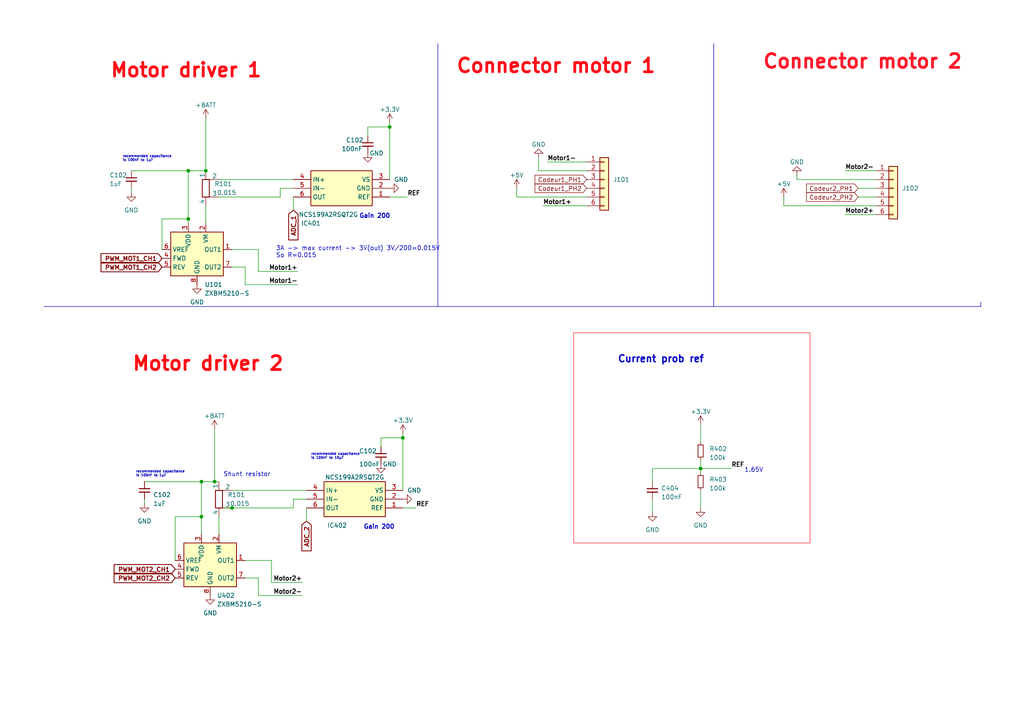
<source format=kicad_sch>
(kicad_sch (version 20230121) (generator eeschema)

  (uuid fb72d4b5-3434-48f2-9109-ead6e1af9027)

  (paper "A4")

  (title_block
    (title "Carte éléctronique Ludzinator")
    (date "2023-09-19")
    (rev "GILLES Baptiste")
  )

  (lib_symbols
    (symbol "Connector_Generic:Conn_01x06" (pin_names (offset 1.016) hide) (in_bom yes) (on_board yes)
      (property "Reference" "J" (at 0 7.62 0)
        (effects (font (size 1.27 1.27)))
      )
      (property "Value" "Conn_01x06" (at 0 -10.16 0)
        (effects (font (size 1.27 1.27)))
      )
      (property "Footprint" "" (at 0 0 0)
        (effects (font (size 1.27 1.27)) hide)
      )
      (property "Datasheet" "~" (at 0 0 0)
        (effects (font (size 1.27 1.27)) hide)
      )
      (property "ki_keywords" "connector" (at 0 0 0)
        (effects (font (size 1.27 1.27)) hide)
      )
      (property "ki_description" "Generic connector, single row, 01x06, script generated (kicad-library-utils/schlib/autogen/connector/)" (at 0 0 0)
        (effects (font (size 1.27 1.27)) hide)
      )
      (property "ki_fp_filters" "Connector*:*_1x??_*" (at 0 0 0)
        (effects (font (size 1.27 1.27)) hide)
      )
      (symbol "Conn_01x06_1_1"
        (rectangle (start -1.27 -7.493) (end 0 -7.747)
          (stroke (width 0.1524) (type default))
          (fill (type none))
        )
        (rectangle (start -1.27 -4.953) (end 0 -5.207)
          (stroke (width 0.1524) (type default))
          (fill (type none))
        )
        (rectangle (start -1.27 -2.413) (end 0 -2.667)
          (stroke (width 0.1524) (type default))
          (fill (type none))
        )
        (rectangle (start -1.27 0.127) (end 0 -0.127)
          (stroke (width 0.1524) (type default))
          (fill (type none))
        )
        (rectangle (start -1.27 2.667) (end 0 2.413)
          (stroke (width 0.1524) (type default))
          (fill (type none))
        )
        (rectangle (start -1.27 5.207) (end 0 4.953)
          (stroke (width 0.1524) (type default))
          (fill (type none))
        )
        (rectangle (start -1.27 6.35) (end 1.27 -8.89)
          (stroke (width 0.254) (type default))
          (fill (type background))
        )
        (pin passive line (at -5.08 5.08 0) (length 3.81)
          (name "Pin_1" (effects (font (size 1.27 1.27))))
          (number "1" (effects (font (size 1.27 1.27))))
        )
        (pin passive line (at -5.08 2.54 0) (length 3.81)
          (name "Pin_2" (effects (font (size 1.27 1.27))))
          (number "2" (effects (font (size 1.27 1.27))))
        )
        (pin passive line (at -5.08 0 0) (length 3.81)
          (name "Pin_3" (effects (font (size 1.27 1.27))))
          (number "3" (effects (font (size 1.27 1.27))))
        )
        (pin passive line (at -5.08 -2.54 0) (length 3.81)
          (name "Pin_4" (effects (font (size 1.27 1.27))))
          (number "4" (effects (font (size 1.27 1.27))))
        )
        (pin passive line (at -5.08 -5.08 0) (length 3.81)
          (name "Pin_5" (effects (font (size 1.27 1.27))))
          (number "5" (effects (font (size 1.27 1.27))))
        )
        (pin passive line (at -5.08 -7.62 0) (length 3.81)
          (name "Pin_6" (effects (font (size 1.27 1.27))))
          (number "6" (effects (font (size 1.27 1.27))))
        )
      )
    )
    (symbol "Device:C_Small" (pin_numbers hide) (pin_names (offset 0.254) hide) (in_bom yes) (on_board yes)
      (property "Reference" "C" (at 0.254 1.778 0)
        (effects (font (size 1.27 1.27)) (justify left))
      )
      (property "Value" "C_Small" (at 0.254 -2.032 0)
        (effects (font (size 1.27 1.27)) (justify left))
      )
      (property "Footprint" "" (at 0 0 0)
        (effects (font (size 1.27 1.27)) hide)
      )
      (property "Datasheet" "~" (at 0 0 0)
        (effects (font (size 1.27 1.27)) hide)
      )
      (property "ki_keywords" "capacitor cap" (at 0 0 0)
        (effects (font (size 1.27 1.27)) hide)
      )
      (property "ki_description" "Unpolarized capacitor, small symbol" (at 0 0 0)
        (effects (font (size 1.27 1.27)) hide)
      )
      (property "ki_fp_filters" "C_*" (at 0 0 0)
        (effects (font (size 1.27 1.27)) hide)
      )
      (symbol "C_Small_0_1"
        (polyline
          (pts
            (xy -1.524 -0.508)
            (xy 1.524 -0.508)
          )
          (stroke (width 0.3302) (type default))
          (fill (type none))
        )
        (polyline
          (pts
            (xy -1.524 0.508)
            (xy 1.524 0.508)
          )
          (stroke (width 0.3048) (type default))
          (fill (type none))
        )
      )
      (symbol "C_Small_1_1"
        (pin passive line (at 0 2.54 270) (length 2.032)
          (name "~" (effects (font (size 1.27 1.27))))
          (number "1" (effects (font (size 1.27 1.27))))
        )
        (pin passive line (at 0 -2.54 90) (length 2.032)
          (name "~" (effects (font (size 1.27 1.27))))
          (number "2" (effects (font (size 1.27 1.27))))
        )
      )
    )
    (symbol "Device:R_Shunt" (pin_numbers hide) (pin_names (offset 0)) (in_bom yes) (on_board yes)
      (property "Reference" "R" (at -4.445 0 90)
        (effects (font (size 1.27 1.27)))
      )
      (property "Value" "R_Shunt" (at -2.54 0 90)
        (effects (font (size 1.27 1.27)))
      )
      (property "Footprint" "" (at -1.778 0 90)
        (effects (font (size 1.27 1.27)) hide)
      )
      (property "Datasheet" "~" (at 0 0 0)
        (effects (font (size 1.27 1.27)) hide)
      )
      (property "ki_keywords" "R res shunt resistor" (at 0 0 0)
        (effects (font (size 1.27 1.27)) hide)
      )
      (property "ki_description" "Shunt resistor" (at 0 0 0)
        (effects (font (size 1.27 1.27)) hide)
      )
      (property "ki_fp_filters" "R_*Shunt*" (at 0 0 0)
        (effects (font (size 1.27 1.27)) hide)
      )
      (symbol "R_Shunt_0_1"
        (rectangle (start -1.016 -2.54) (end 1.016 2.54)
          (stroke (width 0.254) (type default))
          (fill (type none))
        )
        (polyline
          (pts
            (xy 0 -2.54)
            (xy 1.27 -2.54)
          )
          (stroke (width 0) (type default))
          (fill (type none))
        )
        (polyline
          (pts
            (xy 1.27 2.54)
            (xy 0 2.54)
          )
          (stroke (width 0) (type default))
          (fill (type none))
        )
      )
      (symbol "R_Shunt_1_1"
        (pin passive line (at 0 5.08 270) (length 2.54)
          (name "1" (effects (font (size 1.27 1.27))))
          (number "1" (effects (font (size 1.27 1.27))))
        )
        (pin passive line (at 3.81 2.54 180) (length 2.54)
          (name "2" (effects (font (size 1.27 1.27))))
          (number "2" (effects (font (size 1.27 1.27))))
        )
        (pin passive line (at 3.81 -2.54 180) (length 2.54)
          (name "3" (effects (font (size 1.27 1.27))))
          (number "3" (effects (font (size 1.27 1.27))))
        )
        (pin passive line (at 0 -5.08 90) (length 2.54)
          (name "4" (effects (font (size 1.27 1.27))))
          (number "4" (effects (font (size 1.27 1.27))))
        )
      )
    )
    (symbol "Device:R_Small" (pin_numbers hide) (pin_names (offset 0.254) hide) (in_bom yes) (on_board yes)
      (property "Reference" "R" (at 0.762 0.508 0)
        (effects (font (size 1.27 1.27)) (justify left))
      )
      (property "Value" "R_Small" (at 0.762 -1.016 0)
        (effects (font (size 1.27 1.27)) (justify left))
      )
      (property "Footprint" "" (at 0 0 0)
        (effects (font (size 1.27 1.27)) hide)
      )
      (property "Datasheet" "~" (at 0 0 0)
        (effects (font (size 1.27 1.27)) hide)
      )
      (property "ki_keywords" "R resistor" (at 0 0 0)
        (effects (font (size 1.27 1.27)) hide)
      )
      (property "ki_description" "Resistor, small symbol" (at 0 0 0)
        (effects (font (size 1.27 1.27)) hide)
      )
      (property "ki_fp_filters" "R_*" (at 0 0 0)
        (effects (font (size 1.27 1.27)) hide)
      )
      (symbol "R_Small_0_1"
        (rectangle (start -0.762 1.778) (end 0.762 -1.778)
          (stroke (width 0.2032) (type default))
          (fill (type none))
        )
      )
      (symbol "R_Small_1_1"
        (pin passive line (at 0 2.54 270) (length 0.762)
          (name "~" (effects (font (size 1.27 1.27))))
          (number "1" (effects (font (size 1.27 1.27))))
        )
        (pin passive line (at 0 -2.54 90) (length 0.762)
          (name "~" (effects (font (size 1.27 1.27))))
          (number "2" (effects (font (size 1.27 1.27))))
        )
      )
    )
    (symbol "Driver_Motor:ZXBM5210-S" (in_bom yes) (on_board yes)
      (property "Reference" "U402" (at 1.9559 -7.62 0)
        (effects (font (size 1.27 1.27)) (justify left))
      )
      (property "Value" "ZXBM5210-S" (at 1.9559 -10.16 0)
        (effects (font (size 1.27 1.27)) (justify left))
      )
      (property "Footprint" "Package_SO:SOIC-8_3.9x4.9mm_P1.27mm" (at 1.27 -6.35 0)
        (effects (font (size 1.27 1.27)) hide)
      )
      (property "Datasheet" "https://www.diodes.com/assets/Datasheets/ZXBM5210.pdf" (at 0 0 0)
        (effects (font (size 1.27 1.27)) hide)
      )
      (property "ki_keywords" "H-bridge, motor driver, PWM, single coil" (at 0 0 0)
        (effects (font (size 1.27 1.27)) hide)
      )
      (property "ki_description" "Reversible DC motor drive with speed control, 3-18V, 0.85A, SOIC-8" (at 0 0 0)
        (effects (font (size 1.27 1.27)) hide)
      )
      (property "ki_fp_filters" "SOIC*3.9x4.9mm*P1.27mm*" (at 0 0 0)
        (effects (font (size 1.27 1.27)) hide)
      )
      (symbol "ZXBM5210-S_0_0"
        (pin output line (at 10.16 2.54 180) (length 2.54)
          (name "OUT1" (effects (font (size 1.27 1.27))))
          (number "1" (effects (font (size 1.27 1.27))))
        )
        (pin bidirectional line (at 2.54 10.16 270) (length 2.54)
          (name "VM" (effects (font (size 1.27 1.27))))
          (number "2" (effects (font (size 1.27 1.27))))
        )
        (pin power_in line (at -2.54 10.16 270) (length 2.54)
          (name "VDD" (effects (font (size 1.27 1.27))))
          (number "3" (effects (font (size 1.27 1.27))))
        )
        (pin input line (at -10.16 0 0) (length 2.54)
          (name "FWD" (effects (font (size 1.27 1.27))))
          (number "4" (effects (font (size 1.27 1.27))))
        )
        (pin input line (at -10.16 -2.54 0) (length 2.54)
          (name "REV" (effects (font (size 1.27 1.27))))
          (number "5" (effects (font (size 1.27 1.27))))
        )
        (pin input line (at -10.16 2.54 0) (length 2.54)
          (name "VREF" (effects (font (size 1.27 1.27))))
          (number "6" (effects (font (size 1.27 1.27))))
        )
        (pin output line (at 10.16 -2.54 180) (length 2.54)
          (name "OUT2" (effects (font (size 1.27 1.27))))
          (number "7" (effects (font (size 1.27 1.27))))
        )
        (pin bidirectional line (at 0 -7.62 90) (length 2.54)
          (name "GND" (effects (font (size 1.27 1.27))))
          (number "8" (effects (font (size 1.27 1.27))))
        )
      )
      (symbol "ZXBM5210-S_0_1"
        (rectangle (start -7.62 7.62) (end 7.62 -5.08)
          (stroke (width 0.254) (type default))
          (fill (type background))
        )
      )
    )
    (symbol "Ludzlib:NCS199A2RSQT2G" (in_bom yes) (on_board yes)
      (property "Reference" "IC" (at 24.13 7.62 0)
        (effects (font (size 1.27 1.27)) (justify left top))
      )
      (property "Value" "NCS199A2RSQT2G" (at 24.13 5.08 0)
        (effects (font (size 1.27 1.27)) (justify left top))
      )
      (property "Footprint" "SOT65P210X110-6N" (at 24.13 -94.92 0)
        (effects (font (size 1.27 1.27)) (justify left top) hide)
      )
      (property "Datasheet" "http://www.onsemi.com/pub/Collateral/NCS199A1R-D.PDF" (at 24.13 -194.92 0)
        (effects (font (size 1.27 1.27)) (justify left top) hide)
      )
      (property "Height" "1.1" (at 24.13 -394.92 0)
        (effects (font (size 1.27 1.27)) (justify left top) hide)
      )
      (property "Mouser Part Number" "863-NCS199A2RSQT2G" (at 24.13 -494.92 0)
        (effects (font (size 1.27 1.27)) (justify left top) hide)
      )
      (property "Mouser Price/Stock" "https://www.mouser.co.uk/ProductDetail/onsemi/NCS199A2RSQT2G?qs=MLItCLRbWswy48vDwGmPrw%3D%3D" (at 24.13 -594.92 0)
        (effects (font (size 1.27 1.27)) (justify left top) hide)
      )
      (property "Manufacturer_Name" "onsemi" (at 24.13 -694.92 0)
        (effects (font (size 1.27 1.27)) (justify left top) hide)
      )
      (property "Manufacturer_Part_Number" "NCS199A2RSQT2G" (at 24.13 -794.92 0)
        (effects (font (size 1.27 1.27)) (justify left top) hide)
      )
      (property "ki_description" "CURRENT SENSE AMP G=100" (at 0 0 0)
        (effects (font (size 1.27 1.27)) hide)
      )
      (symbol "NCS199A2RSQT2G_1_1"
        (rectangle (start 5.08 2.54) (end 22.86 -7.62)
          (stroke (width 0.254) (type default))
          (fill (type background))
        )
        (pin passive line (at 0 0 0) (length 5.08)
          (name "REF" (effects (font (size 1.27 1.27))))
          (number "1" (effects (font (size 1.27 1.27))))
        )
        (pin passive line (at 0 -2.54 0) (length 5.08)
          (name "GND" (effects (font (size 1.27 1.27))))
          (number "2" (effects (font (size 1.27 1.27))))
        )
        (pin passive line (at 0 -5.08 0) (length 5.08)
          (name "VS" (effects (font (size 1.27 1.27))))
          (number "3" (effects (font (size 1.27 1.27))))
        )
        (pin passive line (at 27.94 -5.08 180) (length 5.08)
          (name "IN+" (effects (font (size 1.27 1.27))))
          (number "4" (effects (font (size 1.27 1.27))))
        )
        (pin passive line (at 27.94 -2.54 180) (length 5.08)
          (name "IN-" (effects (font (size 1.27 1.27))))
          (number "5" (effects (font (size 1.27 1.27))))
        )
        (pin passive line (at 27.94 0 180) (length 5.08)
          (name "OUT" (effects (font (size 1.27 1.27))))
          (number "6" (effects (font (size 1.27 1.27))))
        )
      )
    )
    (symbol "ZXBM5210-S_1" (in_bom yes) (on_board yes)
      (property "Reference" "U101" (at 2.1941 -7.62 0)
        (effects (font (size 1.27 1.27)) (justify left))
      )
      (property "Value" "ZXBM5210-S" (at 2.1941 -10.16 0)
        (effects (font (size 1.27 1.27)) (justify left))
      )
      (property "Footprint" "Package_SO:SOIC-8_3.9x4.9mm_P1.27mm" (at 1.27 -6.35 0)
        (effects (font (size 1.27 1.27)) hide)
      )
      (property "Datasheet" "https://www.diodes.com/assets/Datasheets/ZXBM5210.pdf" (at 0 0 0)
        (effects (font (size 1.27 1.27)) hide)
      )
      (property "ki_keywords" "H-bridge, motor driver, PWM, single coil" (at 0 0 0)
        (effects (font (size 1.27 1.27)) hide)
      )
      (property "ki_description" "Reversible DC motor drive with speed control, 3-18V, 0.85A, SOIC-8" (at 0 0 0)
        (effects (font (size 1.27 1.27)) hide)
      )
      (property "ki_fp_filters" "SOIC*3.9x4.9mm*P1.27mm*" (at 0 0 0)
        (effects (font (size 1.27 1.27)) hide)
      )
      (symbol "ZXBM5210-S_1_0_0"
        (pin output line (at 10.16 2.54 180) (length 2.54)
          (name "OUT1" (effects (font (size 1.27 1.27))))
          (number "1" (effects (font (size 1.27 1.27))))
        )
        (pin bidirectional line (at 2.54 10.16 270) (length 2.54)
          (name "VM" (effects (font (size 1.27 1.27))))
          (number "2" (effects (font (size 1.27 1.27))))
        )
        (pin power_in line (at -2.54 10.16 270) (length 2.54)
          (name "VDD" (effects (font (size 1.27 1.27))))
          (number "3" (effects (font (size 1.27 1.27))))
        )
        (pin input line (at -10.16 0 0) (length 2.54)
          (name "FWD" (effects (font (size 1.27 1.27))))
          (number "4" (effects (font (size 1.27 1.27))))
        )
        (pin input line (at -10.16 -2.54 0) (length 2.54)
          (name "REV" (effects (font (size 1.27 1.27))))
          (number "5" (effects (font (size 1.27 1.27))))
        )
        (pin input line (at -10.16 2.54 0) (length 2.54)
          (name "VREF" (effects (font (size 1.27 1.27))))
          (number "6" (effects (font (size 1.27 1.27))))
        )
        (pin output line (at 10.16 -2.54 180) (length 2.54)
          (name "OUT2" (effects (font (size 1.27 1.27))))
          (number "7" (effects (font (size 1.27 1.27))))
        )
        (pin bidirectional line (at 0 -7.62 90) (length 2.54)
          (name "GND" (effects (font (size 1.27 1.27))))
          (number "8" (effects (font (size 1.27 1.27))))
        )
      )
      (symbol "ZXBM5210-S_1_0_1"
        (rectangle (start -7.62 7.62) (end 7.62 -5.08)
          (stroke (width 0.254) (type default))
          (fill (type background))
        )
      )
    )
    (symbol "power:+3.3V" (power) (pin_names (offset 0)) (in_bom yes) (on_board yes)
      (property "Reference" "#PWR" (at 0 -3.81 0)
        (effects (font (size 1.27 1.27)) hide)
      )
      (property "Value" "+3.3V" (at 0 3.556 0)
        (effects (font (size 1.27 1.27)))
      )
      (property "Footprint" "" (at 0 0 0)
        (effects (font (size 1.27 1.27)) hide)
      )
      (property "Datasheet" "" (at 0 0 0)
        (effects (font (size 1.27 1.27)) hide)
      )
      (property "ki_keywords" "global power" (at 0 0 0)
        (effects (font (size 1.27 1.27)) hide)
      )
      (property "ki_description" "Power symbol creates a global label with name \"+3.3V\"" (at 0 0 0)
        (effects (font (size 1.27 1.27)) hide)
      )
      (symbol "+3.3V_0_1"
        (polyline
          (pts
            (xy -0.762 1.27)
            (xy 0 2.54)
          )
          (stroke (width 0) (type default))
          (fill (type none))
        )
        (polyline
          (pts
            (xy 0 0)
            (xy 0 2.54)
          )
          (stroke (width 0) (type default))
          (fill (type none))
        )
        (polyline
          (pts
            (xy 0 2.54)
            (xy 0.762 1.27)
          )
          (stroke (width 0) (type default))
          (fill (type none))
        )
      )
      (symbol "+3.3V_1_1"
        (pin power_in line (at 0 0 90) (length 0) hide
          (name "+3.3V" (effects (font (size 1.27 1.27))))
          (number "1" (effects (font (size 1.27 1.27))))
        )
      )
    )
    (symbol "power:+5V" (power) (pin_names (offset 0)) (in_bom yes) (on_board yes)
      (property "Reference" "#PWR" (at 0 -3.81 0)
        (effects (font (size 1.27 1.27)) hide)
      )
      (property "Value" "+5V" (at 0 3.556 0)
        (effects (font (size 1.27 1.27)))
      )
      (property "Footprint" "" (at 0 0 0)
        (effects (font (size 1.27 1.27)) hide)
      )
      (property "Datasheet" "" (at 0 0 0)
        (effects (font (size 1.27 1.27)) hide)
      )
      (property "ki_keywords" "global power" (at 0 0 0)
        (effects (font (size 1.27 1.27)) hide)
      )
      (property "ki_description" "Power symbol creates a global label with name \"+5V\"" (at 0 0 0)
        (effects (font (size 1.27 1.27)) hide)
      )
      (symbol "+5V_0_1"
        (polyline
          (pts
            (xy -0.762 1.27)
            (xy 0 2.54)
          )
          (stroke (width 0) (type default))
          (fill (type none))
        )
        (polyline
          (pts
            (xy 0 0)
            (xy 0 2.54)
          )
          (stroke (width 0) (type default))
          (fill (type none))
        )
        (polyline
          (pts
            (xy 0 2.54)
            (xy 0.762 1.27)
          )
          (stroke (width 0) (type default))
          (fill (type none))
        )
      )
      (symbol "+5V_1_1"
        (pin power_in line (at 0 0 90) (length 0) hide
          (name "+5V" (effects (font (size 1.27 1.27))))
          (number "1" (effects (font (size 1.27 1.27))))
        )
      )
    )
    (symbol "power:+BATT" (power) (pin_names (offset 0)) (in_bom yes) (on_board yes)
      (property "Reference" "#PWR" (at 0 -3.81 0)
        (effects (font (size 1.27 1.27)) hide)
      )
      (property "Value" "+BATT" (at 0 3.556 0)
        (effects (font (size 1.27 1.27)))
      )
      (property "Footprint" "" (at 0 0 0)
        (effects (font (size 1.27 1.27)) hide)
      )
      (property "Datasheet" "" (at 0 0 0)
        (effects (font (size 1.27 1.27)) hide)
      )
      (property "ki_keywords" "global power battery" (at 0 0 0)
        (effects (font (size 1.27 1.27)) hide)
      )
      (property "ki_description" "Power symbol creates a global label with name \"+BATT\"" (at 0 0 0)
        (effects (font (size 1.27 1.27)) hide)
      )
      (symbol "+BATT_0_1"
        (polyline
          (pts
            (xy -0.762 1.27)
            (xy 0 2.54)
          )
          (stroke (width 0) (type default))
          (fill (type none))
        )
        (polyline
          (pts
            (xy 0 0)
            (xy 0 2.54)
          )
          (stroke (width 0) (type default))
          (fill (type none))
        )
        (polyline
          (pts
            (xy 0 2.54)
            (xy 0.762 1.27)
          )
          (stroke (width 0) (type default))
          (fill (type none))
        )
      )
      (symbol "+BATT_1_1"
        (pin power_in line (at 0 0 90) (length 0) hide
          (name "+BATT" (effects (font (size 1.27 1.27))))
          (number "1" (effects (font (size 1.27 1.27))))
        )
      )
    )
    (symbol "power:GND" (power) (pin_names (offset 0)) (in_bom yes) (on_board yes)
      (property "Reference" "#PWR" (at 0 -6.35 0)
        (effects (font (size 1.27 1.27)) hide)
      )
      (property "Value" "GND" (at 0 -3.81 0)
        (effects (font (size 1.27 1.27)))
      )
      (property "Footprint" "" (at 0 0 0)
        (effects (font (size 1.27 1.27)) hide)
      )
      (property "Datasheet" "" (at 0 0 0)
        (effects (font (size 1.27 1.27)) hide)
      )
      (property "ki_keywords" "global power" (at 0 0 0)
        (effects (font (size 1.27 1.27)) hide)
      )
      (property "ki_description" "Power symbol creates a global label with name \"GND\" , ground" (at 0 0 0)
        (effects (font (size 1.27 1.27)) hide)
      )
      (symbol "GND_0_1"
        (polyline
          (pts
            (xy 0 0)
            (xy 0 -1.27)
            (xy 1.27 -1.27)
            (xy 0 -2.54)
            (xy -1.27 -1.27)
            (xy 0 -1.27)
          )
          (stroke (width 0) (type default))
          (fill (type none))
        )
      )
      (symbol "GND_1_1"
        (pin power_in line (at 0 0 270) (length 0) hide
          (name "GND" (effects (font (size 1.27 1.27))))
          (number "1" (effects (font (size 1.27 1.27))))
        )
      )
    )
  )

  (junction (at 58.42 139.7) (diameter 0) (color 0 0 0 0)
    (uuid 2012e3b4-9c95-4ee8-8c65-8cd5ba64c7e0)
  )
  (junction (at 203.2 135.89) (diameter 0) (color 0 0 0 0)
    (uuid 6fea7d2c-e348-4dcf-a82d-62d932e76c82)
  )
  (junction (at 54.61 63.5) (diameter 0) (color 0 0 0 0)
    (uuid 769b0667-8d10-44f5-a908-edb54da448f9)
  )
  (junction (at 58.42 149.86) (diameter 0) (color 0 0 0 0)
    (uuid 8705f828-06fd-42bb-8847-154163051b6f)
  )
  (junction (at 116.84 127) (diameter 0) (color 0 0 0 0)
    (uuid 9767a0cf-634a-43be-a729-7662ec175425)
  )
  (junction (at 67.31 147.32) (diameter 0) (color 0 0 0 0)
    (uuid a4dfaf35-9867-4afb-8cbb-2f9968e8fa94)
  )
  (junction (at 62.23 139.7) (diameter 0) (color 0 0 0 0)
    (uuid aa88d383-0c75-46d5-9da5-9a9e00c93d80)
  )
  (junction (at 59.69 49.53) (diameter 0) (color 0 0 0 0)
    (uuid bb93010c-724a-4a3a-9db5-41f9d3aaffd2)
  )
  (junction (at 54.61 49.53) (diameter 0) (color 0 0 0 0)
    (uuid e15221b9-2781-4870-8cc1-7d0ec83ea4fc)
  )
  (junction (at 113.03 36.83) (diameter 0) (color 0 0 0 0)
    (uuid f1ed77b1-e14d-49ca-ad15-e5fabfc2644e)
  )

  (wire (pts (xy 50.8 149.86) (xy 50.8 162.56))
    (stroke (width 0) (type default))
    (uuid 023db81c-6f49-4112-a3c9-7d2da413eec5)
  )
  (wire (pts (xy 118.11 57.15) (xy 113.03 57.15))
    (stroke (width 0) (type default))
    (uuid 0592fff2-0151-4565-bda7-7a3d905428b9)
  )
  (polyline (pts (xy 12.7 88.9) (xy 284.48 88.9))
    (stroke (width 0) (type default))
    (uuid 0b330d8d-a0c9-478a-9f7b-a9669893fe1c)
  )

  (wire (pts (xy 46.99 63.5) (xy 54.61 63.5))
    (stroke (width 0) (type default))
    (uuid 10dcb505-ddbe-4306-8d39-a55000d5cae5)
  )
  (wire (pts (xy 50.8 149.86) (xy 58.42 149.86))
    (stroke (width 0) (type default))
    (uuid 115c3a63-c504-4d40-9d91-77a4fb462e87)
  )
  (wire (pts (xy 59.69 64.77) (xy 59.69 59.69))
    (stroke (width 0) (type default))
    (uuid 1259e01c-992f-4f21-9912-8b41e486a656)
  )
  (wire (pts (xy 58.42 139.7) (xy 62.23 139.7))
    (stroke (width 0) (type default))
    (uuid 1275253e-9d0e-4f06-963d-33763193978c)
  )
  (wire (pts (xy 88.9 147.32) (xy 88.9 151.13))
    (stroke (width 0) (type default))
    (uuid 1344ca8a-3b47-4886-afae-4960c6ead049)
  )
  (wire (pts (xy 189.23 144.78) (xy 189.23 148.59))
    (stroke (width 0) (type default))
    (uuid 1e2a1b79-4110-49b1-8558-891a0558dd56)
  )
  (wire (pts (xy 58.42 139.7) (xy 41.91 139.7))
    (stroke (width 0) (type default))
    (uuid 24740f43-f61e-4990-a1fc-49f63274d6bb)
  )
  (wire (pts (xy 116.84 147.32) (xy 120.65 147.32))
    (stroke (width 0) (type default))
    (uuid 24e65a33-0c1e-4069-8ff5-776f8b2790e5)
  )
  (wire (pts (xy 116.84 127) (xy 116.84 142.24))
    (stroke (width 0) (type default))
    (uuid 2652e6ba-ebc4-4c7e-ae5b-1a482d510704)
  )
  (wire (pts (xy 116.84 125.73) (xy 116.84 127))
    (stroke (width 0) (type default))
    (uuid 2c935394-e3a0-4af4-97c2-dbd3d2908d45)
  )
  (polyline (pts (xy 127 12.7) (xy 127 88.9))
    (stroke (width 0) (type default))
    (uuid 2ef7e5cb-4bc7-40ce-aa85-8b66e070d85c)
  )

  (wire (pts (xy 203.2 123.19) (xy 203.2 128.27))
    (stroke (width 0) (type default))
    (uuid 31254c28-681e-4f15-a3d9-5f268c538a1c)
  )
  (wire (pts (xy 157.48 59.69) (xy 170.18 59.69))
    (stroke (width 0) (type default))
    (uuid 3c0a8d6b-56cc-4793-98cb-81a574be9fb1)
  )
  (wire (pts (xy 74.93 78.74) (xy 74.93 72.39))
    (stroke (width 0) (type default))
    (uuid 425b40a7-d2b8-4c94-ad23-d8024dc8b58f)
  )
  (wire (pts (xy 170.18 49.53) (xy 156.21 49.53))
    (stroke (width 0) (type default))
    (uuid 4498c988-61c6-408b-8b5c-6175cc2dd6da)
  )
  (wire (pts (xy 74.93 167.64) (xy 71.12 167.64))
    (stroke (width 0) (type default))
    (uuid 44c70b7d-1d21-4ffa-9240-b99a1701e37d)
  )
  (wire (pts (xy 54.61 63.5) (xy 54.61 64.77))
    (stroke (width 0) (type default))
    (uuid 485163be-1dfc-448c-937b-f6e12ec76ad7)
  )
  (wire (pts (xy 85.09 57.15) (xy 85.09 60.96))
    (stroke (width 0) (type default))
    (uuid 495ddb21-e903-49d0-9f01-3f03feeef787)
  )
  (wire (pts (xy 67.31 142.24) (xy 88.9 142.24))
    (stroke (width 0) (type default))
    (uuid 4ed63ed8-ae97-491a-88f2-d878bc70b6bc)
  )
  (wire (pts (xy 54.61 49.53) (xy 59.69 49.53))
    (stroke (width 0) (type default))
    (uuid 5364fb23-8447-4fa2-b50f-0a51cbd39cd7)
  )
  (wire (pts (xy 74.93 172.72) (xy 74.93 167.64))
    (stroke (width 0) (type default))
    (uuid 5646c628-b9cb-4fb2-a988-d90bbf117b6a)
  )
  (wire (pts (xy 149.86 54.61) (xy 149.86 57.15))
    (stroke (width 0) (type default))
    (uuid 5b549b0c-ae08-40ed-b033-83cf20c65f99)
  )
  (wire (pts (xy 78.74 162.56) (xy 71.12 162.56))
    (stroke (width 0) (type default))
    (uuid 644c18b5-9234-4448-909d-6ca88a36b3da)
  )
  (wire (pts (xy 227.33 59.69) (xy 254 59.69))
    (stroke (width 0) (type default))
    (uuid 65f574e8-dfc3-44e9-ac5d-def99da40453)
  )
  (wire (pts (xy 203.2 135.89) (xy 212.09 135.89))
    (stroke (width 0) (type default))
    (uuid 672181f5-b2f5-49fc-b413-c43ea6d028b5)
  )
  (wire (pts (xy 63.5 57.15) (xy 81.28 57.15))
    (stroke (width 0) (type default))
    (uuid 688bc9fa-cb55-41b4-84ea-e620f1161a96)
  )
  (wire (pts (xy 254 49.53) (xy 245.11 49.53))
    (stroke (width 0) (type default))
    (uuid 6b876bf6-5994-43b3-8e67-871a3d54c6b4)
  )
  (wire (pts (xy 71.12 77.47) (xy 67.31 77.47))
    (stroke (width 0) (type default))
    (uuid 6fdfd0ef-2f8c-415b-b881-6b79fd049933)
  )
  (wire (pts (xy 54.61 49.53) (xy 38.1 49.53))
    (stroke (width 0) (type default))
    (uuid 7036c863-3e85-49ee-b8c7-97021bdcc1aa)
  )
  (wire (pts (xy 81.28 54.61) (xy 85.09 54.61))
    (stroke (width 0) (type default))
    (uuid 71b531ec-7de2-4964-868d-f5a627f14735)
  )
  (wire (pts (xy 85.09 147.32) (xy 67.31 147.32))
    (stroke (width 0) (type default))
    (uuid 75d69072-8a92-4626-ad89-f47ed40b7f4f)
  )
  (wire (pts (xy 63.5 52.07) (xy 85.09 52.07))
    (stroke (width 0) (type default))
    (uuid 766cb2ad-53d6-4bcd-adda-e7baa8edc839)
  )
  (wire (pts (xy 227.33 57.15) (xy 227.33 59.69))
    (stroke (width 0) (type default))
    (uuid 78a60d3d-522b-48c4-9f1f-fb2b606c6da2)
  )
  (wire (pts (xy 46.99 63.5) (xy 46.99 72.39))
    (stroke (width 0) (type default))
    (uuid 7e2c2a2f-19b8-4c84-8ec6-23f90ab33841)
  )
  (wire (pts (xy 63.5 139.7) (xy 62.23 139.7))
    (stroke (width 0) (type default))
    (uuid 81f5de2b-3a55-4eb2-9474-58f6f5580812)
  )
  (wire (pts (xy 58.42 149.86) (xy 58.42 139.7))
    (stroke (width 0) (type default))
    (uuid 891cbb17-4348-4e32-b3a7-ed0fef12f49e)
  )
  (wire (pts (xy 85.09 144.78) (xy 85.09 147.32))
    (stroke (width 0) (type default))
    (uuid 89788ed6-97e3-41be-a6ee-ff0f7158dc67)
  )
  (wire (pts (xy 81.28 54.61) (xy 81.28 57.15))
    (stroke (width 0) (type default))
    (uuid 897ad0f2-adec-497d-a175-f71ecd7a9c6e)
  )
  (wire (pts (xy 59.69 34.29) (xy 59.69 49.53))
    (stroke (width 0) (type default))
    (uuid 8f064675-d712-413d-a624-2da8ab429553)
  )
  (wire (pts (xy 41.91 146.05) (xy 41.91 144.78))
    (stroke (width 0) (type default))
    (uuid 913ec274-322c-4dd1-ba00-0a5fc4991fab)
  )
  (wire (pts (xy 254 57.15) (xy 248.92 57.15))
    (stroke (width 0) (type default))
    (uuid 94411873-0351-4a8a-b92e-3e4a69d620c7)
  )
  (wire (pts (xy 110.49 127) (xy 110.49 129.54))
    (stroke (width 0) (type default))
    (uuid 96186c16-f119-4d6b-8e66-25665ddbb675)
  )
  (wire (pts (xy 116.84 127) (xy 110.49 127))
    (stroke (width 0) (type default))
    (uuid 9ad929b9-b192-4d03-a570-bb402dd3e244)
  )
  (wire (pts (xy 231.14 52.07) (xy 254 52.07))
    (stroke (width 0) (type default))
    (uuid 9b6f2d6e-4dae-45e7-b661-fd585d17b027)
  )
  (wire (pts (xy 86.36 78.74) (xy 74.93 78.74))
    (stroke (width 0) (type default))
    (uuid 9ba18dd7-3e61-495b-bbd3-d5a25d805be8)
  )
  (wire (pts (xy 86.36 82.55) (xy 71.12 82.55))
    (stroke (width 0) (type default))
    (uuid a054cb0a-4fda-4129-9118-5d74505ad12f)
  )
  (wire (pts (xy 203.2 133.35) (xy 203.2 135.89))
    (stroke (width 0) (type default))
    (uuid a6bb8d4a-3247-4569-b86a-321d1f729e51)
  )
  (wire (pts (xy 189.23 135.89) (xy 189.23 139.7))
    (stroke (width 0) (type default))
    (uuid ae53e5b0-91a3-4857-a4af-7bc51064328b)
  )
  (wire (pts (xy 74.93 172.72) (xy 87.63 172.72))
    (stroke (width 0) (type default))
    (uuid b1337295-67eb-4a87-b561-0cba9385ce00)
  )
  (wire (pts (xy 78.74 168.91) (xy 87.63 168.91))
    (stroke (width 0) (type default))
    (uuid b6354c09-102e-418a-afff-b25a826bd8cc)
  )
  (wire (pts (xy 203.2 135.89) (xy 189.23 135.89))
    (stroke (width 0) (type default))
    (uuid b66bc60b-dde4-4ca1-a086-31f1a39d4549)
  )
  (wire (pts (xy 158.75 46.99) (xy 170.18 46.99))
    (stroke (width 0) (type default))
    (uuid b88678d7-cbfc-4e66-af53-dd1f27fdad69)
  )
  (wire (pts (xy 113.03 35.56) (xy 113.03 36.83))
    (stroke (width 0) (type default))
    (uuid ba2eaf89-c840-46a5-8bfc-323c39c8b85d)
  )
  (wire (pts (xy 64.77 147.32) (xy 67.31 147.32))
    (stroke (width 0) (type default))
    (uuid c0f5f69e-a7a2-4288-8487-06af9280a9fe)
  )
  (wire (pts (xy 254 62.23) (xy 245.11 62.23))
    (stroke (width 0) (type default))
    (uuid c249a19a-7442-44fd-bffa-05815b3a48f1)
  )
  (wire (pts (xy 156.21 45.72) (xy 156.21 49.53))
    (stroke (width 0) (type default))
    (uuid c42adfe6-0738-4326-905b-5a435b572ae1)
  )
  (wire (pts (xy 170.18 57.15) (xy 149.86 57.15))
    (stroke (width 0) (type default))
    (uuid c6aafcbf-db65-40f1-8e37-d40017dc108b)
  )
  (wire (pts (xy 58.42 149.86) (xy 58.42 154.94))
    (stroke (width 0) (type default))
    (uuid c8cb1ffc-4b6e-4452-bdbf-cb5c7c96b351)
  )
  (wire (pts (xy 38.1 55.88) (xy 38.1 54.61))
    (stroke (width 0) (type default))
    (uuid c96a224c-6640-4bce-acf9-73f6e66bc23d)
  )
  (wire (pts (xy 78.74 168.91) (xy 78.74 162.56))
    (stroke (width 0) (type default))
    (uuid c970510a-7a55-4e93-a455-00e2eb374a30)
  )
  (wire (pts (xy 74.93 72.39) (xy 67.31 72.39))
    (stroke (width 0) (type default))
    (uuid cf56754f-1aab-43c8-afee-032c4d2156ca)
  )
  (polyline (pts (xy 207.01 12.7) (xy 207.01 88.9))
    (stroke (width 0) (type default))
    (uuid cfca3a60-c18d-40d0-9595-d69e2a7081bf)
  )

  (wire (pts (xy 71.12 82.55) (xy 71.12 77.47))
    (stroke (width 0) (type default))
    (uuid d5650769-73e5-4bdf-854c-572229783e59)
  )
  (wire (pts (xy 54.61 49.53) (xy 54.61 63.5))
    (stroke (width 0) (type default))
    (uuid dd4948eb-4c2b-4fe5-a2d5-06bb516de730)
  )
  (wire (pts (xy 231.14 52.07) (xy 231.14 50.8))
    (stroke (width 0) (type default))
    (uuid ddf351bb-f31e-4e5b-9320-021554694496)
  )
  (wire (pts (xy 106.68 36.83) (xy 106.68 39.37))
    (stroke (width 0) (type default))
    (uuid de6d124b-e6ae-4111-813d-f260adf38e7f)
  )
  (wire (pts (xy 203.2 142.24) (xy 203.2 147.32))
    (stroke (width 0) (type default))
    (uuid deca67cb-51ef-4097-8a93-c99edd0735cf)
  )
  (wire (pts (xy 62.23 124.46) (xy 62.23 139.7))
    (stroke (width 0) (type default))
    (uuid e3cea2f2-cf1c-4112-a7a2-a3aa866da849)
  )
  (wire (pts (xy 85.09 144.78) (xy 88.9 144.78))
    (stroke (width 0) (type default))
    (uuid ebe51eae-5ffa-4f75-af2b-5f48bff178a0)
  )
  (wire (pts (xy 113.03 36.83) (xy 113.03 52.07))
    (stroke (width 0) (type default))
    (uuid ef33f2a4-d4bf-484b-acd2-b1b1b8ae0c36)
  )
  (polyline (pts (xy 284.48 87.63) (xy 284.48 88.9))
    (stroke (width 0) (type default))
    (uuid ef554391-7b70-48e5-b064-d6bf1ea0e98a)
  )

  (wire (pts (xy 113.03 36.83) (xy 106.68 36.83))
    (stroke (width 0) (type default))
    (uuid f5157648-d66e-43d0-b2c4-46d3e3de3de0)
  )
  (wire (pts (xy 63.5 154.94) (xy 63.5 149.86))
    (stroke (width 0) (type default))
    (uuid fade843d-81d9-4c95-8a6a-4b02e18639cc)
  )
  (wire (pts (xy 254 54.61) (xy 248.92 54.61))
    (stroke (width 0) (type default))
    (uuid fdfed10a-233b-4d1e-b97b-8db1a6e3b8f2)
  )
  (wire (pts (xy 203.2 135.89) (xy 203.2 137.16))
    (stroke (width 0) (type default))
    (uuid fedac1a4-f696-452f-bd80-e2ac413b86f6)
  )

  (rectangle (start 166.37 96.52) (end 234.95 157.48)
    (stroke (width 0) (type default) (color 255 22 26 1))
    (fill (type none))
    (uuid f31a5ba1-1f07-4008-be61-9bcf1850dc2a)
  )

  (text "recommended capacitance \nis 100nF to 10μF" (at 90.17 133.35 0)
    (effects (font (size 0.7 0.7)) (justify left bottom))
    (uuid 06f3c43e-12be-4f44-afaf-c3c38ed97698)
  )
  (text "Gain 200" (at 105.41 153.67 0)
    (effects (font (size 1.27 1.27) bold) (justify left bottom))
    (uuid 0cf1869d-8214-4aee-b112-aaad78c3993d)
  )
  (text "Gain 200" (at 104.14 63.5 0)
    (effects (font (size 1.27 1.27) bold) (justify left bottom))
    (uuid 0e07b5e0-26bc-4e21-bdab-acfeb4a856c2)
  )
  (text "Shunt resistor" (at 64.77 138.43 0)
    (effects (font (size 1.27 1.27)) (justify left bottom))
    (uuid 20c81ba2-a6d3-4c7c-8bd6-b75907903818)
  )
  (text "Current prob ref" (at 179.07 105.41 0)
    (effects (font (size 2 2) (thickness 0.4) bold) (justify left bottom))
    (uuid 35705c84-14f4-4b20-a19b-c9ce221b3ef1)
  )
  (text "Connector motor 1\n" (at 132.08 21.59 0)
    (effects (font (size 4 4) (thickness 0.8) bold (color 255 8 19 1)) (justify left bottom))
    (uuid 4de85ce5-7cb9-4329-a19d-3495adc16062)
  )
  (text "Connector motor 2\n" (at 220.98 20.32 0)
    (effects (font (size 4 4) (thickness 0.8) bold (color 255 17 34 1)) (justify left bottom))
    (uuid 5e3a3671-1957-413c-9b01-60d21131d375)
  )
  (text "recommended capacitance \nis 100nF to 1μF" (at 39.37 138.43 0)
    (effects (font (size 0.7 0.7)) (justify left bottom))
    (uuid 5e8b14ca-ecdb-453e-9df5-27ea4a9a2624)
  )
  (text "1.65V" (at 215.9 137.16 0)
    (effects (font (size 1.27 1.27)) (justify left bottom))
    (uuid 93b11337-8e88-4e92-bf2b-91ee38c14923)
  )
  (text "Motor driver 2\n" (at 38.1 107.95 0)
    (effects (font (size 4 4) (thickness 0.8) bold (color 255 6 13 1)) (justify left bottom))
    (uuid 97a10e3d-2304-4db5-97d6-02f7d2b3619a)
  )
  (text "recommended capacitance \nis 100nF to 1μF" (at 35.56 46.99 0)
    (effects (font (size 0.7 0.7)) (justify left bottom))
    (uuid a76b4c1b-60da-4a2f-a01e-acc94ceb8434)
  )
  (text "Motor driver 1\n" (at 31.75 22.86 0)
    (effects (font (size 4 4) (thickness 0.8) bold (color 255 8 17 1)) (justify left bottom))
    (uuid dee32158-0435-4ec5-bbfe-8293ec466eff)
  )
  (text "3A -> max current -> 3V(out) 3V/200=0.015V \nSo R=0.015"
    (at 80.01 74.93 0)
    (effects (font (size 1.27 1.27)) (justify left bottom))
    (uuid ed728950-daaf-4d1e-b699-dad4d97da4c1)
  )

  (label "Motor2+" (at 245.11 62.23 0) (fields_autoplaced)
    (effects (font (size 1.27 1.27) bold) (justify left bottom))
    (uuid 0ad764b3-d8db-43f7-8e00-53c2ee939dff)
  )
  (label "Motor1+" (at 86.36 78.74 180) (fields_autoplaced)
    (effects (font (size 1.27 1.27) bold) (justify right bottom))
    (uuid 115c6d51-e655-484b-955b-76ed9429a572)
  )
  (label "Motor1-" (at 86.36 82.55 180) (fields_autoplaced)
    (effects (font (size 1.27 1.27) bold) (justify right bottom))
    (uuid 3e203b08-8116-468e-9faa-529138be00ec)
  )
  (label "Motor1-" (at 158.75 46.99 0) (fields_autoplaced)
    (effects (font (size 1.27 1.27) bold) (justify left bottom))
    (uuid 5cf1b705-a710-47fe-bf09-b46c548e1d3f)
  )
  (label "Motor1+" (at 157.48 59.69 0) (fields_autoplaced)
    (effects (font (size 1.27 1.27) bold) (justify left bottom))
    (uuid 74089b0f-1de9-4d08-aa50-1bf0d07380ad)
  )
  (label "Motor2-" (at 87.63 172.72 180) (fields_autoplaced)
    (effects (font (size 1.27 1.27) bold) (justify right bottom))
    (uuid 754c5196-273d-4181-a6d3-b52d4c580187)
  )
  (label "Motor2-" (at 245.11 49.53 0) (fields_autoplaced)
    (effects (font (size 1.27 1.27) bold) (justify left bottom))
    (uuid 86aee896-caf0-4de2-b563-ccb4ce53b074)
  )
  (label "REF" (at 212.09 135.89 0) (fields_autoplaced)
    (effects (font (size 1.27 1.27) bold) (justify left bottom))
    (uuid 9d08b2a1-add0-48cf-9048-1b29e61fbc94)
  )
  (label "REF" (at 118.11 57.15 0) (fields_autoplaced)
    (effects (font (size 1.27 1.27) bold) (justify left bottom))
    (uuid c5aaabde-807e-4b21-8bd3-02f5b4e4fd60)
  )
  (label "Motor2+" (at 87.63 168.91 180) (fields_autoplaced)
    (effects (font (size 1.27 1.27) bold) (justify right bottom))
    (uuid d239f72f-45be-4172-a384-008de642fa17)
  )
  (label "REF" (at 120.65 147.32 0) (fields_autoplaced)
    (effects (font (size 1.27 1.27) bold) (justify left bottom))
    (uuid e1a6c013-9d34-43af-8aa5-5aae153c12e7)
  )

  (global_label "Codeur1_PH2" (shape input) (at 170.18 54.61 180) (fields_autoplaced)
    (effects (font (size 1.27 1.27)) (justify right))
    (uuid 0e5eba31-f53e-4930-a321-83292dd55c60)
    (property "Intersheetrefs" "${INTERSHEET_REFS}" (at 154.6159 54.61 0)
      (effects (font (size 1.27 1.27)) (justify right) hide)
    )
  )
  (global_label "PWM_MOT2_CH2" (shape input) (at 50.8 167.64 180) (fields_autoplaced)
    (effects (font (size 1.27 1.27) bold) (justify right))
    (uuid 226d1cde-1e05-4a19-b268-a6b28d6e7891)
    (property "Intersheetrefs" "${INTERSHEET_REFS}" (at 32.5888 167.64 0)
      (effects (font (size 1.27 1.27)) (justify right) hide)
    )
  )
  (global_label "ADC_1" (shape input) (at 85.09 60.96 270) (fields_autoplaced)
    (effects (font (size 1.27 1.27) bold) (justify right))
    (uuid 26d5c8b8-5f03-422a-b81c-fd6eda5a7322)
    (property "Intersheetrefs" "${INTERSHEET_REFS}" (at 85.09 70.0999 90)
      (effects (font (size 1.27 1.27)) (justify right) hide)
    )
  )
  (global_label "Codeur2_PH1" (shape input) (at 248.92 54.61 180) (fields_autoplaced)
    (effects (font (size 1.27 1.27)) (justify right))
    (uuid 35ea49f3-5735-47cd-a71f-9a4debd8f353)
    (property "Intersheetrefs" "${INTERSHEET_REFS}" (at 233.3559 54.61 0)
      (effects (font (size 1.27 1.27)) (justify right) hide)
    )
  )
  (global_label "Codeur2_PH2" (shape input) (at 248.92 57.15 180) (fields_autoplaced)
    (effects (font (size 1.27 1.27)) (justify right))
    (uuid 48f4ae44-330d-45a8-b3a1-b645c9e97aa0)
    (property "Intersheetrefs" "${INTERSHEET_REFS}" (at 233.3559 57.15 0)
      (effects (font (size 1.27 1.27)) (justify right) hide)
    )
  )
  (global_label "PWM_MOT1_CH2" (shape input) (at 46.99 77.47 180) (fields_autoplaced)
    (effects (font (size 1.27 1.27) bold) (justify right))
    (uuid 663b9ddb-2d1a-4844-8bf1-1609dfbbb75e)
    (property "Intersheetrefs" "${INTERSHEET_REFS}" (at 28.7788 77.47 0)
      (effects (font (size 1.27 1.27)) (justify right) hide)
    )
  )
  (global_label "Codeur1_PH1" (shape input) (at 170.18 52.07 180) (fields_autoplaced)
    (effects (font (size 1.27 1.27)) (justify right))
    (uuid b39cbf8d-d3d4-4aaf-a492-d96d4d7bc5a7)
    (property "Intersheetrefs" "${INTERSHEET_REFS}" (at 154.6159 52.07 0)
      (effects (font (size 1.27 1.27)) (justify right) hide)
    )
  )
  (global_label "ADC_2" (shape input) (at 88.9 151.13 270) (fields_autoplaced)
    (effects (font (size 1.27 1.27) bold) (justify right))
    (uuid bc918293-668e-44d5-8c27-5cc8df4910bf)
    (property "Intersheetrefs" "${INTERSHEET_REFS}" (at 88.9 160.2699 90)
      (effects (font (size 1.27 1.27)) (justify right) hide)
    )
  )
  (global_label "PWM_MOT1_CH1" (shape input) (at 46.99 74.93 180) (fields_autoplaced)
    (effects (font (size 1.27 1.27) bold) (justify right))
    (uuid cc2ecd17-effd-4b39-bf70-38e307478575)
    (property "Intersheetrefs" "${INTERSHEET_REFS}" (at 28.7788 74.93 0)
      (effects (font (size 1.27 1.27)) (justify right) hide)
    )
  )
  (global_label "PWM_MOT2_CH1" (shape input) (at 50.8 165.1 180) (fields_autoplaced)
    (effects (font (size 1.27 1.27) bold) (justify right))
    (uuid f46d90fc-0c59-46eb-bbde-25a9e1646cf3)
    (property "Intersheetrefs" "${INTERSHEET_REFS}" (at 32.5888 165.1 0)
      (effects (font (size 1.27 1.27)) (justify right) hide)
    )
  )

  (symbol (lib_id "Device:C_Small") (at 38.1 52.07 0) (unit 1)
    (in_bom yes) (on_board yes) (dnp no)
    (uuid 027db8b4-e93d-4f9b-834b-839f49f3a332)
    (property "Reference" "C102" (at 31.75 50.8 0)
      (effects (font (size 1.27 1.27)) (justify left))
    )
    (property "Value" "1uF" (at 31.75 53.3337 0)
      (effects (font (size 1.27 1.27)) (justify left))
    )
    (property "Footprint" "Capacitor_SMD:C_0603_1608Metric_Pad1.08x0.95mm_HandSolder" (at 38.1 52.07 0)
      (effects (font (size 1.27 1.27)) hide)
    )
    (property "Datasheet" "~" (at 38.1 52.07 0)
      (effects (font (size 1.27 1.27)) hide)
    )
    (pin "1" (uuid 1496c443-fdea-4a94-b3ba-b04208a1cb0a))
    (pin "2" (uuid 5b1b39a0-222a-4673-a262-07383665b524))
    (instances
      (project "MoteurProjet"
        (path "/955f48a8-b6e3-44c8-aaca-9d5346c5324e"
          (reference "C102") (unit 1)
        )
      )
      (project "Kyttiludzinator"
        (path "/ae6948d5-1dc0-45d1-b607-44e44d4b2b44/29ef3ad0-9a27-4625-86ca-e3237d209475"
          (reference "C102") (unit 1)
        )
      )
    )
  )

  (symbol (lib_id "power:GND") (at 156.21 45.72 180) (unit 1)
    (in_bom yes) (on_board yes) (dnp no) (fields_autoplaced)
    (uuid 0d72005d-250a-4ecf-bc72-4a1f2a2d9519)
    (property "Reference" "#PWR0413" (at 156.21 39.37 0)
      (effects (font (size 1.27 1.27)) hide)
    )
    (property "Value" "GND" (at 156.21 41.91 0)
      (effects (font (size 1.27 1.27)))
    )
    (property "Footprint" "" (at 156.21 45.72 0)
      (effects (font (size 1.27 1.27)) hide)
    )
    (property "Datasheet" "" (at 156.21 45.72 0)
      (effects (font (size 1.27 1.27)) hide)
    )
    (pin "1" (uuid 8f675efb-873c-496d-bcf5-47de49597750))
    (instances
      (project "Kyttiludzinator"
        (path "/ae6948d5-1dc0-45d1-b607-44e44d4b2b44/29ef3ad0-9a27-4625-86ca-e3237d209475"
          (reference "#PWR0413") (unit 1)
        )
      )
    )
  )

  (symbol (lib_id "power:+BATT") (at 59.69 34.29 0) (unit 1)
    (in_bom yes) (on_board yes) (dnp no) (fields_autoplaced)
    (uuid 142f7c70-97b2-47f8-9db5-01d2650a52e4)
    (property "Reference" "#PWR0104" (at 59.69 38.1 0)
      (effects (font (size 1.27 1.27)) hide)
    )
    (property "Value" "+BATT" (at 59.69 30.48 0)
      (effects (font (size 1.27 1.27)))
    )
    (property "Footprint" "" (at 59.69 34.29 0)
      (effects (font (size 1.27 1.27)) hide)
    )
    (property "Datasheet" "" (at 59.69 34.29 0)
      (effects (font (size 1.27 1.27)) hide)
    )
    (pin "1" (uuid 5201c73e-f597-450b-ad8b-eb7b5ea64fc9))
    (instances
      (project "MoteurProjet"
        (path "/955f48a8-b6e3-44c8-aaca-9d5346c5324e"
          (reference "#PWR0104") (unit 1)
        )
      )
      (project "Kyttiludzinator"
        (path "/ae6948d5-1dc0-45d1-b607-44e44d4b2b44/29ef3ad0-9a27-4625-86ca-e3237d209475"
          (reference "#PWR0104") (unit 1)
        )
      )
    )
  )

  (symbol (lib_id "power:GND") (at 203.2 147.32 0) (unit 1)
    (in_bom yes) (on_board yes) (dnp no) (fields_autoplaced)
    (uuid 1e849968-db68-4b1a-a413-29880d112bfb)
    (property "Reference" "#PWR0411" (at 203.2 153.67 0)
      (effects (font (size 1.27 1.27)) hide)
    )
    (property "Value" "GND" (at 203.2 152.4 0)
      (effects (font (size 1.27 1.27)))
    )
    (property "Footprint" "" (at 203.2 147.32 0)
      (effects (font (size 1.27 1.27)) hide)
    )
    (property "Datasheet" "" (at 203.2 147.32 0)
      (effects (font (size 1.27 1.27)) hide)
    )
    (pin "1" (uuid 2d3db46a-abc4-4171-8e2b-199d2525d6aa))
    (instances
      (project "Kyttiludzinator"
        (path "/ae6948d5-1dc0-45d1-b607-44e44d4b2b44/29ef3ad0-9a27-4625-86ca-e3237d209475"
          (reference "#PWR0411") (unit 1)
        )
      )
    )
  )

  (symbol (lib_id "power:GND") (at 231.14 50.8 180) (unit 1)
    (in_bom yes) (on_board yes) (dnp no) (fields_autoplaced)
    (uuid 1fd59155-1534-41d4-8f83-ea9c3dd0fa08)
    (property "Reference" "#PWR0414" (at 231.14 44.45 0)
      (effects (font (size 1.27 1.27)) hide)
    )
    (property "Value" "GND" (at 231.14 46.99 0)
      (effects (font (size 1.27 1.27)))
    )
    (property "Footprint" "" (at 231.14 50.8 0)
      (effects (font (size 1.27 1.27)) hide)
    )
    (property "Datasheet" "" (at 231.14 50.8 0)
      (effects (font (size 1.27 1.27)) hide)
    )
    (pin "1" (uuid 0692ec50-a7c8-4bca-903a-bab4dc6a9ae2))
    (instances
      (project "Kyttiludzinator"
        (path "/ae6948d5-1dc0-45d1-b607-44e44d4b2b44/29ef3ad0-9a27-4625-86ca-e3237d209475"
          (reference "#PWR0414") (unit 1)
        )
      )
    )
  )

  (symbol (lib_id "Device:R_Small") (at 203.2 130.81 0) (unit 1)
    (in_bom yes) (on_board yes) (dnp no) (fields_autoplaced)
    (uuid 21eec703-90fb-4e92-87e7-1fa4326d145b)
    (property "Reference" "R402" (at 205.74 130.175 0)
      (effects (font (size 1.27 1.27)) (justify left))
    )
    (property "Value" "100k" (at 205.74 132.715 0)
      (effects (font (size 1.27 1.27)) (justify left))
    )
    (property "Footprint" "Resistor_SMD:R_0603_1608Metric_Pad0.98x0.95mm_HandSolder" (at 203.2 130.81 0)
      (effects (font (size 1.27 1.27)) hide)
    )
    (property "Datasheet" "~" (at 203.2 130.81 0)
      (effects (font (size 1.27 1.27)) hide)
    )
    (pin "1" (uuid 9b03ea27-e0a6-461a-9309-4924b0533685))
    (pin "2" (uuid cbcb0392-6e10-4157-9432-83e18b03b42a))
    (instances
      (project "Kyttiludzinator"
        (path "/ae6948d5-1dc0-45d1-b607-44e44d4b2b44/29ef3ad0-9a27-4625-86ca-e3237d209475"
          (reference "R402") (unit 1)
        )
      )
    )
  )

  (symbol (lib_id "Device:C_Small") (at 41.91 142.24 0) (unit 1)
    (in_bom yes) (on_board yes) (dnp no)
    (uuid 325ea3cf-5a4e-4218-8455-dd8e28de68b2)
    (property "Reference" "C102" (at 44.45 143.51 0)
      (effects (font (size 1.27 1.27)) (justify left))
    )
    (property "Value" "1uF" (at 44.45 146.05 0)
      (effects (font (size 1.27 1.27)) (justify left))
    )
    (property "Footprint" "Capacitor_SMD:C_0603_1608Metric_Pad1.08x0.95mm_HandSolder" (at 41.91 142.24 0)
      (effects (font (size 1.27 1.27)) hide)
    )
    (property "Datasheet" "~" (at 41.91 142.24 0)
      (effects (font (size 1.27 1.27)) hide)
    )
    (pin "1" (uuid 7c2591ad-39e6-4d8f-83c2-44a725d58cf9))
    (pin "2" (uuid 92b40944-d7f8-4d02-9651-c87d6a82aac0))
    (instances
      (project "MoteurProjet"
        (path "/955f48a8-b6e3-44c8-aaca-9d5346c5324e"
          (reference "C102") (unit 1)
        )
      )
      (project "Kyttiludzinator"
        (path "/ae6948d5-1dc0-45d1-b607-44e44d4b2b44/29ef3ad0-9a27-4625-86ca-e3237d209475"
          (reference "C402") (unit 1)
        )
      )
    )
  )

  (symbol (lib_id "power:GND") (at 38.1 55.88 0) (unit 1)
    (in_bom yes) (on_board yes) (dnp no) (fields_autoplaced)
    (uuid 32b48f91-1b89-4930-9f66-de6c5c1860b5)
    (property "Reference" "#PWR0103" (at 38.1 62.23 0)
      (effects (font (size 1.27 1.27)) hide)
    )
    (property "Value" "GND" (at 38.1 60.96 0)
      (effects (font (size 1.27 1.27)))
    )
    (property "Footprint" "" (at 38.1 55.88 0)
      (effects (font (size 1.27 1.27)) hide)
    )
    (property "Datasheet" "" (at 38.1 55.88 0)
      (effects (font (size 1.27 1.27)) hide)
    )
    (pin "1" (uuid d56f281f-35c6-48ea-9dd3-2b07d9bf9025))
    (instances
      (project "MoteurProjet"
        (path "/955f48a8-b6e3-44c8-aaca-9d5346c5324e"
          (reference "#PWR0103") (unit 1)
        )
      )
      (project "Kyttiludzinator"
        (path "/ae6948d5-1dc0-45d1-b607-44e44d4b2b44/29ef3ad0-9a27-4625-86ca-e3237d209475"
          (reference "#PWR0103") (unit 1)
        )
      )
    )
  )

  (symbol (lib_id "Connector_Generic:Conn_01x06") (at 175.26 52.07 0) (unit 1)
    (in_bom yes) (on_board yes) (dnp no) (fields_autoplaced)
    (uuid 3653dca5-7662-4a8f-bdea-bfe08dc4d285)
    (property "Reference" "J101" (at 177.8 52.07 0)
      (effects (font (size 1.27 1.27)) (justify left))
    )
    (property "Value" "Conn_01x06" (at 177.8 54.61 0)
      (effects (font (size 1.27 1.27)) (justify left) hide)
    )
    (property "Footprint" "Connector_PinHeader_2.54mm:PinHeader_1x06_P2.54mm_Vertical" (at 175.26 52.07 0)
      (effects (font (size 1.27 1.27)) hide)
    )
    (property "Datasheet" "~" (at 175.26 52.07 0)
      (effects (font (size 1.27 1.27)) hide)
    )
    (pin "1" (uuid c27f8a52-8444-4410-a403-f3534a107ea7))
    (pin "2" (uuid 52828a7f-eb41-43d9-925f-6cf1ebd595fb))
    (pin "3" (uuid ccdeae23-65cc-4cbd-987e-750e958999f9))
    (pin "4" (uuid a89d9730-e32f-4109-932c-ed3c3083ec01))
    (pin "5" (uuid bab0b70a-91ec-44ff-bdb9-dcac25c76cea))
    (pin "6" (uuid 1819aeb0-63c7-48e9-8cf7-e243e5a51efa))
    (instances
      (project "MoteurProjet"
        (path "/955f48a8-b6e3-44c8-aaca-9d5346c5324e"
          (reference "J101") (unit 1)
        )
      )
      (project "Kyttiludzinator"
        (path "/ae6948d5-1dc0-45d1-b607-44e44d4b2b44/29ef3ad0-9a27-4625-86ca-e3237d209475"
          (reference "J101") (unit 1)
        )
      )
    )
  )

  (symbol (lib_id "power:GND") (at 189.23 148.59 0) (unit 1)
    (in_bom yes) (on_board yes) (dnp no) (fields_autoplaced)
    (uuid 3ba91150-6f1f-47d5-a526-7953eefafc4d)
    (property "Reference" "#PWR0412" (at 189.23 154.94 0)
      (effects (font (size 1.27 1.27)) hide)
    )
    (property "Value" "GND" (at 189.23 153.67 0)
      (effects (font (size 1.27 1.27)))
    )
    (property "Footprint" "" (at 189.23 148.59 0)
      (effects (font (size 1.27 1.27)) hide)
    )
    (property "Datasheet" "" (at 189.23 148.59 0)
      (effects (font (size 1.27 1.27)) hide)
    )
    (pin "1" (uuid 92647131-bf1d-4e6d-9d9a-052dad3b672e))
    (instances
      (project "Kyttiludzinator"
        (path "/ae6948d5-1dc0-45d1-b607-44e44d4b2b44/29ef3ad0-9a27-4625-86ca-e3237d209475"
          (reference "#PWR0412") (unit 1)
        )
      )
    )
  )

  (symbol (lib_id "power:+5V") (at 227.33 57.15 0) (unit 1)
    (in_bom yes) (on_board yes) (dnp no) (fields_autoplaced)
    (uuid 3ff66df6-4556-4c68-9094-cef2a252dd8e)
    (property "Reference" "#PWR0415" (at 227.33 60.96 0)
      (effects (font (size 1.27 1.27)) hide)
    )
    (property "Value" "+5V" (at 227.33 53.34 0)
      (effects (font (size 1.27 1.27)))
    )
    (property "Footprint" "" (at 227.33 57.15 0)
      (effects (font (size 1.27 1.27)) hide)
    )
    (property "Datasheet" "" (at 227.33 57.15 0)
      (effects (font (size 1.27 1.27)) hide)
    )
    (pin "1" (uuid 6d30bb1b-d995-437a-9ec9-8b975e328e29))
    (instances
      (project "Kyttiludzinator"
        (path "/ae6948d5-1dc0-45d1-b607-44e44d4b2b44/29ef3ad0-9a27-4625-86ca-e3237d209475"
          (reference "#PWR0415") (unit 1)
        )
      )
    )
  )

  (symbol (lib_id "power:GND") (at 57.15 82.55 0) (unit 1)
    (in_bom yes) (on_board yes) (dnp no) (fields_autoplaced)
    (uuid 45a24099-e98f-4b3b-a456-958aa701e97c)
    (property "Reference" "#PWR0102" (at 57.15 88.9 0)
      (effects (font (size 1.27 1.27)) hide)
    )
    (property "Value" "GND" (at 57.15 87.63 0)
      (effects (font (size 1.27 1.27)))
    )
    (property "Footprint" "" (at 57.15 82.55 0)
      (effects (font (size 1.27 1.27)) hide)
    )
    (property "Datasheet" "" (at 57.15 82.55 0)
      (effects (font (size 1.27 1.27)) hide)
    )
    (pin "1" (uuid 3e1c2857-3a2d-4829-81ae-26c2c5404fe1))
    (instances
      (project "MoteurProjet"
        (path "/955f48a8-b6e3-44c8-aaca-9d5346c5324e"
          (reference "#PWR0102") (unit 1)
        )
      )
      (project "Kyttiludzinator"
        (path "/ae6948d5-1dc0-45d1-b607-44e44d4b2b44/29ef3ad0-9a27-4625-86ca-e3237d209475"
          (reference "#PWR0102") (unit 1)
        )
      )
    )
  )

  (symbol (lib_id "power:+3.3V") (at 203.2 123.19 0) (unit 1)
    (in_bom yes) (on_board yes) (dnp no) (fields_autoplaced)
    (uuid 46aeef8e-2cce-4bce-a025-3ba6d1a52a02)
    (property "Reference" "#PWR0410" (at 203.2 127 0)
      (effects (font (size 1.27 1.27)) hide)
    )
    (property "Value" "+3.3V" (at 203.2 119.38 0)
      (effects (font (size 1.27 1.27)))
    )
    (property "Footprint" "" (at 203.2 123.19 0)
      (effects (font (size 1.27 1.27)) hide)
    )
    (property "Datasheet" "" (at 203.2 123.19 0)
      (effects (font (size 1.27 1.27)) hide)
    )
    (pin "1" (uuid 09e2a854-a1b3-410b-b67a-227cf6008bb4))
    (instances
      (project "Kyttiludzinator"
        (path "/ae6948d5-1dc0-45d1-b607-44e44d4b2b44/29ef3ad0-9a27-4625-86ca-e3237d209475"
          (reference "#PWR0410") (unit 1)
        )
      )
    )
  )

  (symbol (lib_id "Ludzlib:NCS199A2RSQT2G") (at 113.03 57.15 180) (unit 1)
    (in_bom yes) (on_board yes) (dnp no)
    (uuid 6c615ff9-29f3-4a09-9552-96653a687319)
    (property "Reference" "IC401" (at 90.17 64.77 0)
      (effects (font (size 1.27 1.27)))
    )
    (property "Value" "NCS199A2RSQT2G" (at 95.25 62.23 0)
      (effects (font (size 1.27 1.27)))
    )
    (property "Footprint" "Library:SOT65P210X110-6N" (at 88.9 -37.77 0)
      (effects (font (size 1.27 1.27)) (justify left top) hide)
    )
    (property "Datasheet" "http://www.onsemi.com/pub/Collateral/NCS199A1R-D.PDF" (at 88.9 -137.77 0)
      (effects (font (size 1.27 1.27)) (justify left top) hide)
    )
    (property "Height" "1.1" (at 88.9 -337.77 0)
      (effects (font (size 1.27 1.27)) (justify left top) hide)
    )
    (property "Mouser Part Number" "863-NCS199A2RSQT2G" (at 88.9 -437.77 0)
      (effects (font (size 1.27 1.27)) (justify left top) hide)
    )
    (property "Mouser Price/Stock" "https://www.mouser.co.uk/ProductDetail/onsemi/NCS199A2RSQT2G?qs=MLItCLRbWswy48vDwGmPrw%3D%3D" (at 88.9 -537.77 0)
      (effects (font (size 1.27 1.27)) (justify left top) hide)
    )
    (property "Manufacturer_Name" "onsemi" (at 88.9 -637.77 0)
      (effects (font (size 1.27 1.27)) (justify left top) hide)
    )
    (property "Manufacturer_Part_Number" "NCS199A2RSQT2G" (at 88.9 -737.77 0)
      (effects (font (size 1.27 1.27)) (justify left top) hide)
    )
    (pin "1" (uuid 4b897cc1-ba83-4699-9e7a-1cdacd6779d6))
    (pin "2" (uuid 82a81e35-efba-4d99-96d7-33d1e8e64dff))
    (pin "3" (uuid 132ccee1-20e5-4077-a8d6-1effe8dd4ba8))
    (pin "4" (uuid 36020dac-bca2-4c45-9fd2-5e0b28849d7e))
    (pin "5" (uuid 3cb0ba60-9f7b-4a35-b1a3-480cc59fa2c3))
    (pin "6" (uuid 8d15ee16-9109-4c05-84f8-186bcbd2d82f))
    (instances
      (project "Kyttiludzinator"
        (path "/ae6948d5-1dc0-45d1-b607-44e44d4b2b44/29ef3ad0-9a27-4625-86ca-e3237d209475"
          (reference "IC401") (unit 1)
        )
      )
    )
  )

  (symbol (lib_id "Device:R_Small") (at 203.2 139.7 0) (unit 1)
    (in_bom yes) (on_board yes) (dnp no) (fields_autoplaced)
    (uuid 6cc0d469-1340-419b-bfdf-4aaa80f8203b)
    (property "Reference" "R403" (at 205.74 139.065 0)
      (effects (font (size 1.27 1.27)) (justify left))
    )
    (property "Value" "100k" (at 205.74 141.605 0)
      (effects (font (size 1.27 1.27)) (justify left))
    )
    (property "Footprint" "Resistor_SMD:R_0603_1608Metric_Pad0.98x0.95mm_HandSolder" (at 203.2 139.7 0)
      (effects (font (size 1.27 1.27)) hide)
    )
    (property "Datasheet" "~" (at 203.2 139.7 0)
      (effects (font (size 1.27 1.27)) hide)
    )
    (pin "1" (uuid 73237f21-95df-49fe-8d66-086c65a92df9))
    (pin "2" (uuid 13652492-3207-4872-9bba-4b613005b2e9))
    (instances
      (project "Kyttiludzinator"
        (path "/ae6948d5-1dc0-45d1-b607-44e44d4b2b44/29ef3ad0-9a27-4625-86ca-e3237d209475"
          (reference "R403") (unit 1)
        )
      )
    )
  )

  (symbol (lib_id "power:+3.3V") (at 116.84 125.73 0) (unit 1)
    (in_bom yes) (on_board yes) (dnp no) (fields_autoplaced)
    (uuid 7bd1638c-1268-4841-9bea-bcf0695670fa)
    (property "Reference" "#PWR0408" (at 116.84 129.54 0)
      (effects (font (size 1.27 1.27)) hide)
    )
    (property "Value" "+3.3V" (at 116.84 121.92 0)
      (effects (font (size 1.27 1.27)))
    )
    (property "Footprint" "" (at 116.84 125.73 0)
      (effects (font (size 1.27 1.27)) hide)
    )
    (property "Datasheet" "" (at 116.84 125.73 0)
      (effects (font (size 1.27 1.27)) hide)
    )
    (pin "1" (uuid 80a0f1c7-572e-4bc4-b1e8-10fc47f62f8f))
    (instances
      (project "Kyttiludzinator"
        (path "/ae6948d5-1dc0-45d1-b607-44e44d4b2b44/29ef3ad0-9a27-4625-86ca-e3237d209475"
          (reference "#PWR0408") (unit 1)
        )
      )
    )
  )

  (symbol (lib_id "Driver_Motor:ZXBM5210-S") (at 60.96 165.1 0) (unit 1)
    (in_bom yes) (on_board yes) (dnp no) (fields_autoplaced)
    (uuid 8c54693d-49f9-426b-89ed-40ccc30756cd)
    (property "Reference" "U402" (at 62.9159 172.72 0)
      (effects (font (size 1.27 1.27)) (justify left))
    )
    (property "Value" "ZXBM5210-S" (at 62.9159 175.26 0)
      (effects (font (size 1.27 1.27)) (justify left))
    )
    (property "Footprint" "Library:SOIC127P600X175-8N" (at 62.23 171.45 0)
      (effects (font (size 1.27 1.27)) hide)
    )
    (property "Datasheet" "https://www.diodes.com/assets/Datasheets/ZXBM5210.pdf" (at 60.96 165.1 0)
      (effects (font (size 1.27 1.27)) hide)
    )
    (pin "1" (uuid b8c0a87d-59df-4279-8525-5ec4f2a8e837))
    (pin "2" (uuid 560bf1ca-c19e-4d0f-aff0-b9dc0956e77b))
    (pin "3" (uuid e331da8e-c83e-460a-baf2-8c7f24d7008a))
    (pin "4" (uuid 0be085d4-7c06-4aec-a6f0-8f9531c17f75))
    (pin "5" (uuid 6952faf4-31fd-49d0-97b7-8fdbab7b7bcf))
    (pin "6" (uuid 5e238f29-0f5d-49c3-8dc1-46d381534f26))
    (pin "7" (uuid b8ae6535-58df-4d1c-8eea-72540121727a))
    (pin "8" (uuid 5f153530-1c54-4593-9c86-1a884710e55b))
    (instances
      (project "Kyttiludzinator"
        (path "/ae6948d5-1dc0-45d1-b607-44e44d4b2b44/29ef3ad0-9a27-4625-86ca-e3237d209475"
          (reference "U402") (unit 1)
        )
      )
    )
  )

  (symbol (lib_id "Device:R_Shunt") (at 63.5 144.78 0) (unit 1)
    (in_bom yes) (on_board yes) (dnp no)
    (uuid 913a882c-eba8-4a94-a4e5-082f3bfd1203)
    (property "Reference" "R101" (at 71.12 143.51 0)
      (effects (font (size 1.27 1.27)) (justify right))
    )
    (property "Value" "0.015" (at 72.39 146.05 0)
      (effects (font (size 1.27 1.27)) (justify right))
    )
    (property "Footprint" "Resistor_SMD:R_0805_2012Metric" (at 61.722 144.78 90)
      (effects (font (size 1.27 1.27)) hide)
    )
    (property "Datasheet" "~" (at 63.5 144.78 0)
      (effects (font (size 1.27 1.27)) hide)
    )
    (pin "1" (uuid ea68afe6-660f-4077-9f68-1fb68e7e49d0))
    (pin "2" (uuid 5db9ad98-5c25-4f96-af77-42ddb7ec3bb3))
    (pin "3" (uuid c3a07e77-ea46-42f4-a6ca-853f68a6b5c5))
    (pin "4" (uuid 8c1a2bda-0df7-446b-9a02-f95bda0c8e07))
    (instances
      (project "MoteurProjet"
        (path "/955f48a8-b6e3-44c8-aaca-9d5346c5324e"
          (reference "R101") (unit 1)
        )
      )
      (project "Kyttiludzinator"
        (path "/ae6948d5-1dc0-45d1-b607-44e44d4b2b44/29ef3ad0-9a27-4625-86ca-e3237d209475"
          (reference "R401") (unit 1)
        )
      )
    )
  )

  (symbol (lib_id "Device:C_Small") (at 106.68 41.91 0) (unit 1)
    (in_bom yes) (on_board yes) (dnp no)
    (uuid 99c67ce5-c380-4b51-ac48-a40bf4359389)
    (property "Reference" "C102" (at 100.33 40.64 0)
      (effects (font (size 1.27 1.27)) (justify left))
    )
    (property "Value" "100nF" (at 99.06 43.18 0)
      (effects (font (size 1.27 1.27)) (justify left))
    )
    (property "Footprint" "Capacitor_SMD:C_0603_1608Metric_Pad1.08x0.95mm_HandSolder" (at 106.68 41.91 0)
      (effects (font (size 1.27 1.27)) hide)
    )
    (property "Datasheet" "~" (at 106.68 41.91 0)
      (effects (font (size 1.27 1.27)) hide)
    )
    (pin "1" (uuid 9d221785-42b1-4651-968a-617bfe8d890d))
    (pin "2" (uuid 6014cdee-dc11-4694-b838-dd7efdca3704))
    (instances
      (project "MoteurProjet"
        (path "/955f48a8-b6e3-44c8-aaca-9d5346c5324e"
          (reference "C102") (unit 1)
        )
      )
      (project "Kyttiludzinator"
        (path "/ae6948d5-1dc0-45d1-b607-44e44d4b2b44/29ef3ad0-9a27-4625-86ca-e3237d209475"
          (reference "C401") (unit 1)
        )
      )
    )
  )

  (symbol (lib_id "power:GND") (at 106.68 44.45 0) (unit 1)
    (in_bom yes) (on_board yes) (dnp no)
    (uuid 9b0ae5f6-9650-4f77-b568-e99406d97642)
    (property "Reference" "#PWR0103" (at 106.68 50.8 0)
      (effects (font (size 1.27 1.27)) hide)
    )
    (property "Value" "GND" (at 109.22 44.45 0)
      (effects (font (size 1.27 1.27)))
    )
    (property "Footprint" "" (at 106.68 44.45 0)
      (effects (font (size 1.27 1.27)) hide)
    )
    (property "Datasheet" "" (at 106.68 44.45 0)
      (effects (font (size 1.27 1.27)) hide)
    )
    (pin "1" (uuid 72b6dd36-5853-4d0a-a8d8-3f3a35ef0f44))
    (instances
      (project "MoteurProjet"
        (path "/955f48a8-b6e3-44c8-aaca-9d5346c5324e"
          (reference "#PWR0103") (unit 1)
        )
      )
      (project "Kyttiludzinator"
        (path "/ae6948d5-1dc0-45d1-b607-44e44d4b2b44/29ef3ad0-9a27-4625-86ca-e3237d209475"
          (reference "#PWR0401") (unit 1)
        )
      )
    )
  )

  (symbol (lib_id "power:GND") (at 113.03 54.61 90) (unit 1)
    (in_bom yes) (on_board yes) (dnp no)
    (uuid a878e0cc-d738-4ca7-9499-c86fe2e0b9df)
    (property "Reference" "#PWR0102" (at 119.38 54.61 0)
      (effects (font (size 1.27 1.27)) hide)
    )
    (property "Value" "GND" (at 114.3 52.07 90)
      (effects (font (size 1.27 1.27)) (justify right))
    )
    (property "Footprint" "" (at 113.03 54.61 0)
      (effects (font (size 1.27 1.27)) hide)
    )
    (property "Datasheet" "" (at 113.03 54.61 0)
      (effects (font (size 1.27 1.27)) hide)
    )
    (pin "1" (uuid 2236792a-5e98-44f0-960b-8d7ec3ab1727))
    (instances
      (project "MoteurProjet"
        (path "/955f48a8-b6e3-44c8-aaca-9d5346c5324e"
          (reference "#PWR0102") (unit 1)
        )
      )
      (project "Kyttiludzinator"
        (path "/ae6948d5-1dc0-45d1-b607-44e44d4b2b44/29ef3ad0-9a27-4625-86ca-e3237d209475"
          (reference "#PWR0403") (unit 1)
        )
      )
    )
  )

  (symbol (lib_id "power:+3.3V") (at 113.03 35.56 0) (unit 1)
    (in_bom yes) (on_board yes) (dnp no) (fields_autoplaced)
    (uuid aa1f1f38-70c0-488f-9561-3e345046e8a3)
    (property "Reference" "#PWR0402" (at 113.03 39.37 0)
      (effects (font (size 1.27 1.27)) hide)
    )
    (property "Value" "+3.3V" (at 113.03 31.75 0)
      (effects (font (size 1.27 1.27)))
    )
    (property "Footprint" "" (at 113.03 35.56 0)
      (effects (font (size 1.27 1.27)) hide)
    )
    (property "Datasheet" "" (at 113.03 35.56 0)
      (effects (font (size 1.27 1.27)) hide)
    )
    (pin "1" (uuid a1a03369-88b4-4ca1-80d9-2f140ef01f9c))
    (instances
      (project "Kyttiludzinator"
        (path "/ae6948d5-1dc0-45d1-b607-44e44d4b2b44/29ef3ad0-9a27-4625-86ca-e3237d209475"
          (reference "#PWR0402") (unit 1)
        )
      )
    )
  )

  (symbol (lib_name "ZXBM5210-S_1") (lib_id "Driver_Motor:ZXBM5210-S") (at 57.15 74.93 0) (unit 1)
    (in_bom yes) (on_board yes) (dnp no) (fields_autoplaced)
    (uuid ab65b234-f53e-4970-9b9d-f30dd50a7275)
    (property "Reference" "U101" (at 59.3441 82.55 0)
      (effects (font (size 1.27 1.27)) (justify left))
    )
    (property "Value" "ZXBM5210-S" (at 59.3441 85.09 0)
      (effects (font (size 1.27 1.27)) (justify left))
    )
    (property "Footprint" "Library:SOIC127P600X175-8N" (at 58.42 81.28 0)
      (effects (font (size 1.27 1.27)) hide)
    )
    (property "Datasheet" "https://www.diodes.com/assets/Datasheets/ZXBM5210.pdf" (at 57.15 74.93 0)
      (effects (font (size 1.27 1.27)) hide)
    )
    (pin "1" (uuid 32625ccb-8e7b-47df-a2c7-bf8171694ae1))
    (pin "2" (uuid dd129af3-5c29-4578-aff2-f17178bca8a6))
    (pin "3" (uuid be225fec-c3f9-4632-a034-1cec2fd5e581))
    (pin "4" (uuid b0919893-0d45-423c-9599-357cde7c302c))
    (pin "5" (uuid c9f311fe-8255-4137-8d02-b8d651e1d344))
    (pin "6" (uuid 6b138c6a-0a42-49fa-9cf6-a8815a613b33))
    (pin "7" (uuid 0ffe28f4-98e7-49bc-953e-7989ed1fba00))
    (pin "8" (uuid 87dbc9f2-b610-4b69-89ba-d22109a6cfa2))
    (instances
      (project "MoteurProjet"
        (path "/955f48a8-b6e3-44c8-aaca-9d5346c5324e"
          (reference "U101") (unit 1)
        )
      )
      (project "Kyttiludzinator"
        (path "/ae6948d5-1dc0-45d1-b607-44e44d4b2b44/29ef3ad0-9a27-4625-86ca-e3237d209475"
          (reference "U101") (unit 1)
        )
      )
    )
  )

  (symbol (lib_id "Device:C_Small") (at 110.49 132.08 0) (unit 1)
    (in_bom yes) (on_board yes) (dnp no)
    (uuid b1c913bc-a4ca-4daa-ac10-fdb7b7e746a2)
    (property "Reference" "C102" (at 104.14 130.81 0)
      (effects (font (size 1.27 1.27)) (justify left))
    )
    (property "Value" "100nF" (at 104.14 134.62 0)
      (effects (font (size 1.27 1.27)) (justify left))
    )
    (property "Footprint" "Capacitor_SMD:C_0603_1608Metric_Pad1.08x0.95mm_HandSolder" (at 110.49 132.08 0)
      (effects (font (size 1.27 1.27)) hide)
    )
    (property "Datasheet" "~" (at 110.49 132.08 0)
      (effects (font (size 1.27 1.27)) hide)
    )
    (pin "1" (uuid 4f87649d-c641-4384-8566-eac9acce3349))
    (pin "2" (uuid c9375f3e-0365-44b5-9cce-80572419ec9b))
    (instances
      (project "MoteurProjet"
        (path "/955f48a8-b6e3-44c8-aaca-9d5346c5324e"
          (reference "C102") (unit 1)
        )
      )
      (project "Kyttiludzinator"
        (path "/ae6948d5-1dc0-45d1-b607-44e44d4b2b44/29ef3ad0-9a27-4625-86ca-e3237d209475"
          (reference "C403") (unit 1)
        )
      )
    )
  )

  (symbol (lib_id "power:GND") (at 110.49 134.62 0) (unit 1)
    (in_bom yes) (on_board yes) (dnp no)
    (uuid b21a371d-6b24-45a3-b71b-ba5d7389c5cc)
    (property "Reference" "#PWR0103" (at 110.49 140.97 0)
      (effects (font (size 1.27 1.27)) hide)
    )
    (property "Value" "GND" (at 113.03 134.62 0)
      (effects (font (size 1.27 1.27)))
    )
    (property "Footprint" "" (at 110.49 134.62 0)
      (effects (font (size 1.27 1.27)) hide)
    )
    (property "Datasheet" "" (at 110.49 134.62 0)
      (effects (font (size 1.27 1.27)) hide)
    )
    (pin "1" (uuid 8b037290-85c9-4949-85e5-d65bfa323090))
    (instances
      (project "MoteurProjet"
        (path "/955f48a8-b6e3-44c8-aaca-9d5346c5324e"
          (reference "#PWR0103") (unit 1)
        )
      )
      (project "Kyttiludzinator"
        (path "/ae6948d5-1dc0-45d1-b607-44e44d4b2b44/29ef3ad0-9a27-4625-86ca-e3237d209475"
          (reference "#PWR0407") (unit 1)
        )
      )
    )
  )

  (symbol (lib_id "Device:R_Shunt") (at 59.69 54.61 0) (unit 1)
    (in_bom yes) (on_board yes) (dnp no)
    (uuid b312d3ee-3a51-4b99-ae8b-f24a455b89e8)
    (property "Reference" "R101" (at 67.31 53.34 0)
      (effects (font (size 1.27 1.27)) (justify right))
    )
    (property "Value" "0.015" (at 68.58 55.88 0)
      (effects (font (size 1.27 1.27)) (justify right))
    )
    (property "Footprint" "Resistor_SMD:R_0805_2012Metric" (at 57.912 54.61 90)
      (effects (font (size 1.27 1.27)) hide)
    )
    (property "Datasheet" "~" (at 59.69 54.61 0)
      (effects (font (size 1.27 1.27)) hide)
    )
    (pin "1" (uuid f05df03f-9230-42ab-afd4-8a4555eb83fc))
    (pin "2" (uuid d4b0cc29-8103-447c-8653-79b6ef59debb))
    (pin "3" (uuid 64584d1e-29cf-4404-844f-6e8ea3252a6b))
    (pin "4" (uuid 810a4d24-a06a-4f9c-87ca-012173e9a8bd))
    (instances
      (project "MoteurProjet"
        (path "/955f48a8-b6e3-44c8-aaca-9d5346c5324e"
          (reference "R101") (unit 1)
        )
      )
      (project "Kyttiludzinator"
        (path "/ae6948d5-1dc0-45d1-b607-44e44d4b2b44/29ef3ad0-9a27-4625-86ca-e3237d209475"
          (reference "R101") (unit 1)
        )
      )
    )
  )

  (symbol (lib_id "power:GND") (at 60.96 172.72 0) (unit 1)
    (in_bom yes) (on_board yes) (dnp no) (fields_autoplaced)
    (uuid b70a28e1-510c-409f-9b7a-30cbf789627d)
    (property "Reference" "#PWR0102" (at 60.96 179.07 0)
      (effects (font (size 1.27 1.27)) hide)
    )
    (property "Value" "GND" (at 60.96 177.8 0)
      (effects (font (size 1.27 1.27)))
    )
    (property "Footprint" "" (at 60.96 172.72 0)
      (effects (font (size 1.27 1.27)) hide)
    )
    (property "Datasheet" "" (at 60.96 172.72 0)
      (effects (font (size 1.27 1.27)) hide)
    )
    (pin "1" (uuid aa484333-b975-4419-8e67-2beb2eccb00a))
    (instances
      (project "MoteurProjet"
        (path "/955f48a8-b6e3-44c8-aaca-9d5346c5324e"
          (reference "#PWR0102") (unit 1)
        )
      )
      (project "Kyttiludzinator"
        (path "/ae6948d5-1dc0-45d1-b607-44e44d4b2b44/29ef3ad0-9a27-4625-86ca-e3237d209475"
          (reference "#PWR0405") (unit 1)
        )
      )
    )
  )

  (symbol (lib_id "power:GND") (at 41.91 146.05 0) (unit 1)
    (in_bom yes) (on_board yes) (dnp no) (fields_autoplaced)
    (uuid c01ea12a-535f-4586-8bef-26f4d12f97c7)
    (property "Reference" "#PWR0103" (at 41.91 152.4 0)
      (effects (font (size 1.27 1.27)) hide)
    )
    (property "Value" "GND" (at 41.91 151.13 0)
      (effects (font (size 1.27 1.27)))
    )
    (property "Footprint" "" (at 41.91 146.05 0)
      (effects (font (size 1.27 1.27)) hide)
    )
    (property "Datasheet" "" (at 41.91 146.05 0)
      (effects (font (size 1.27 1.27)) hide)
    )
    (pin "1" (uuid 43a04b79-f836-4f44-8a88-596ad5bd9a4b))
    (instances
      (project "MoteurProjet"
        (path "/955f48a8-b6e3-44c8-aaca-9d5346c5324e"
          (reference "#PWR0103") (unit 1)
        )
      )
      (project "Kyttiludzinator"
        (path "/ae6948d5-1dc0-45d1-b607-44e44d4b2b44/29ef3ad0-9a27-4625-86ca-e3237d209475"
          (reference "#PWR0404") (unit 1)
        )
      )
    )
  )

  (symbol (lib_id "power:+5V") (at 149.86 54.61 0) (unit 1)
    (in_bom yes) (on_board yes) (dnp no) (fields_autoplaced)
    (uuid c033b394-0f0b-4d77-be16-bf4fe1fb3b73)
    (property "Reference" "#PWR0416" (at 149.86 58.42 0)
      (effects (font (size 1.27 1.27)) hide)
    )
    (property "Value" "+5V" (at 149.86 50.8 0)
      (effects (font (size 1.27 1.27)))
    )
    (property "Footprint" "" (at 149.86 54.61 0)
      (effects (font (size 1.27 1.27)) hide)
    )
    (property "Datasheet" "" (at 149.86 54.61 0)
      (effects (font (size 1.27 1.27)) hide)
    )
    (pin "1" (uuid f4b21413-08c2-4bc9-bb3c-76c5091fa982))
    (instances
      (project "Kyttiludzinator"
        (path "/ae6948d5-1dc0-45d1-b607-44e44d4b2b44/29ef3ad0-9a27-4625-86ca-e3237d209475"
          (reference "#PWR0416") (unit 1)
        )
      )
    )
  )

  (symbol (lib_id "Device:C_Small") (at 189.23 142.24 0) (unit 1)
    (in_bom yes) (on_board yes) (dnp no) (fields_autoplaced)
    (uuid d1cc8b84-6fcf-4ec9-b09d-e62f0e111251)
    (property "Reference" "C404" (at 191.77 141.6113 0)
      (effects (font (size 1.27 1.27)) (justify left))
    )
    (property "Value" "100nF" (at 191.77 144.1513 0)
      (effects (font (size 1.27 1.27)) (justify left))
    )
    (property "Footprint" "Capacitor_SMD:C_0603_1608Metric_Pad1.08x0.95mm_HandSolder" (at 189.23 142.24 0)
      (effects (font (size 1.27 1.27)) hide)
    )
    (property "Datasheet" "~" (at 189.23 142.24 0)
      (effects (font (size 1.27 1.27)) hide)
    )
    (pin "1" (uuid d0eee2f2-1c4d-415c-8836-b0c6585de5eb))
    (pin "2" (uuid d9fb275a-df40-4c09-a89f-8a1818b71ee2))
    (instances
      (project "Kyttiludzinator"
        (path "/ae6948d5-1dc0-45d1-b607-44e44d4b2b44/29ef3ad0-9a27-4625-86ca-e3237d209475"
          (reference "C404") (unit 1)
        )
      )
    )
  )

  (symbol (lib_id "power:+BATT") (at 62.23 124.46 0) (unit 1)
    (in_bom yes) (on_board yes) (dnp no) (fields_autoplaced)
    (uuid da703705-2792-422a-92c8-9fd97a46e19d)
    (property "Reference" "#PWR0104" (at 62.23 128.27 0)
      (effects (font (size 1.27 1.27)) hide)
    )
    (property "Value" "+BATT" (at 62.23 120.65 0)
      (effects (font (size 1.27 1.27)))
    )
    (property "Footprint" "" (at 62.23 124.46 0)
      (effects (font (size 1.27 1.27)) hide)
    )
    (property "Datasheet" "" (at 62.23 124.46 0)
      (effects (font (size 1.27 1.27)) hide)
    )
    (pin "1" (uuid b63900dc-09bf-4bdc-8977-a98b07c54b74))
    (instances
      (project "MoteurProjet"
        (path "/955f48a8-b6e3-44c8-aaca-9d5346c5324e"
          (reference "#PWR0104") (unit 1)
        )
      )
      (project "Kyttiludzinator"
        (path "/ae6948d5-1dc0-45d1-b607-44e44d4b2b44/29ef3ad0-9a27-4625-86ca-e3237d209475"
          (reference "#PWR0406") (unit 1)
        )
      )
    )
  )

  (symbol (lib_id "power:GND") (at 116.84 144.78 90) (unit 1)
    (in_bom yes) (on_board yes) (dnp no)
    (uuid f11a1632-30e1-48e8-bf6d-c5a38a3c2af3)
    (property "Reference" "#PWR0102" (at 123.19 144.78 0)
      (effects (font (size 1.27 1.27)) hide)
    )
    (property "Value" "GND" (at 118.11 142.24 90)
      (effects (font (size 1.27 1.27)) (justify right))
    )
    (property "Footprint" "" (at 116.84 144.78 0)
      (effects (font (size 1.27 1.27)) hide)
    )
    (property "Datasheet" "" (at 116.84 144.78 0)
      (effects (font (size 1.27 1.27)) hide)
    )
    (pin "1" (uuid 3a19e2da-3495-4a96-97bb-0d531ac2e48c))
    (instances
      (project "MoteurProjet"
        (path "/955f48a8-b6e3-44c8-aaca-9d5346c5324e"
          (reference "#PWR0102") (unit 1)
        )
      )
      (project "Kyttiludzinator"
        (path "/ae6948d5-1dc0-45d1-b607-44e44d4b2b44/29ef3ad0-9a27-4625-86ca-e3237d209475"
          (reference "#PWR0409") (unit 1)
        )
      )
    )
  )

  (symbol (lib_id "Ludzlib:NCS199A2RSQT2G") (at 116.84 147.32 180) (unit 1)
    (in_bom yes) (on_board yes) (dnp no)
    (uuid f2c98ebd-e815-4fd9-9713-449a3b6c884f)
    (property "Reference" "IC402" (at 97.79 152.4 0)
      (effects (font (size 1.27 1.27)))
    )
    (property "Value" "NCS199A2RSQT2G" (at 102.87 138.43 0)
      (effects (font (size 1.27 1.27)))
    )
    (property "Footprint" "Library:SOT65P210X110-6N" (at 92.71 52.4 0)
      (effects (font (size 1.27 1.27)) (justify left top) hide)
    )
    (property "Datasheet" "http://www.onsemi.com/pub/Collateral/NCS199A1R-D.PDF" (at 92.71 -47.6 0)
      (effects (font (size 1.27 1.27)) (justify left top) hide)
    )
    (property "Height" "1.1" (at 92.71 -247.6 0)
      (effects (font (size 1.27 1.27)) (justify left top) hide)
    )
    (property "Mouser Part Number" "863-NCS199A2RSQT2G" (at 92.71 -347.6 0)
      (effects (font (size 1.27 1.27)) (justify left top) hide)
    )
    (property "Mouser Price/Stock" "https://www.mouser.co.uk/ProductDetail/onsemi/NCS199A2RSQT2G?qs=MLItCLRbWswy48vDwGmPrw%3D%3D" (at 92.71 -447.6 0)
      (effects (font (size 1.27 1.27)) (justify left top) hide)
    )
    (property "Manufacturer_Name" "onsemi" (at 92.71 -547.6 0)
      (effects (font (size 1.27 1.27)) (justify left top) hide)
    )
    (property "Manufacturer_Part_Number" "NCS199A2RSQT2G" (at 92.71 -647.6 0)
      (effects (font (size 1.27 1.27)) (justify left top) hide)
    )
    (pin "1" (uuid 6ba0276c-081d-4b5b-ba38-deac45000e4c))
    (pin "2" (uuid b7db3c65-40e5-451a-a1a7-80ca5406eee3))
    (pin "3" (uuid 32aad26d-631a-49e4-b86c-1daa87cd0df3))
    (pin "4" (uuid 148d3e29-1880-4259-b3ad-9ddd4c117f33))
    (pin "5" (uuid cf4b9d5d-8723-4fba-b665-6823443f6529))
    (pin "6" (uuid bd985cc7-daa9-499b-bd2a-933bdfec8ef2))
    (instances
      (project "Kyttiludzinator"
        (path "/ae6948d5-1dc0-45d1-b607-44e44d4b2b44/29ef3ad0-9a27-4625-86ca-e3237d209475"
          (reference "IC402") (unit 1)
        )
      )
    )
  )

  (symbol (lib_id "Connector_Generic:Conn_01x06") (at 259.08 54.61 0) (unit 1)
    (in_bom yes) (on_board yes) (dnp no) (fields_autoplaced)
    (uuid f72cf510-23ef-4d36-824d-273e4b82f618)
    (property "Reference" "J102" (at 261.62 54.61 0)
      (effects (font (size 1.27 1.27)) (justify left))
    )
    (property "Value" "Conn_01x06" (at 261.62 57.15 0)
      (effects (font (size 1.27 1.27)) (justify left) hide)
    )
    (property "Footprint" "Connector_PinHeader_2.54mm:PinHeader_1x06_P2.54mm_Vertical" (at 259.08 54.61 0)
      (effects (font (size 1.27 1.27)) hide)
    )
    (property "Datasheet" "~" (at 259.08 54.61 0)
      (effects (font (size 1.27 1.27)) hide)
    )
    (pin "1" (uuid 8ae52aaf-dbad-4743-87d9-3b7a93d73b2d))
    (pin "2" (uuid c9e05d44-6709-49ce-aaf5-a3b040408cef))
    (pin "3" (uuid 63df04c9-d8ac-4c25-af7a-7b9e61aa8dac))
    (pin "4" (uuid 32637003-36d9-4159-9f9b-21fd6a4cd7c9))
    (pin "5" (uuid 55805e86-683d-4d76-8a45-e628b4b11691))
    (pin "6" (uuid 4032e3d9-4ee7-4916-bf48-eea16dd2af65))
    (instances
      (project "MoteurProjet"
        (path "/955f48a8-b6e3-44c8-aaca-9d5346c5324e"
          (reference "J102") (unit 1)
        )
      )
      (project "Kyttiludzinator"
        (path "/ae6948d5-1dc0-45d1-b607-44e44d4b2b44/29ef3ad0-9a27-4625-86ca-e3237d209475"
          (reference "J102") (unit 1)
        )
      )
    )
  )
)

</source>
